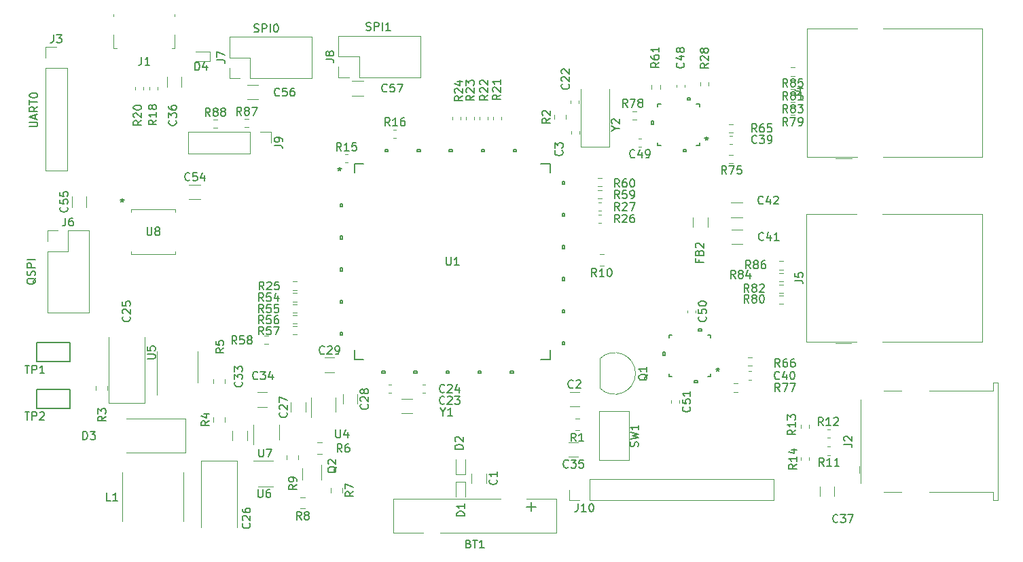
<source format=gbr>
G04 #@! TF.GenerationSoftware,KiCad,Pcbnew,5.1.10-88a1d61d58~90~ubuntu20.04.1*
G04 #@! TF.CreationDate,2021-09-12T22:34:26-04:00*
G04 #@! TF.ProjectId,UnwaryNuc,556e7761-7279-44e7-9563-2e6b69636164,rev?*
G04 #@! TF.SameCoordinates,Original*
G04 #@! TF.FileFunction,Legend,Top*
G04 #@! TF.FilePolarity,Positive*
%FSLAX46Y46*%
G04 Gerber Fmt 4.6, Leading zero omitted, Abs format (unit mm)*
G04 Created by KiCad (PCBNEW 5.1.10-88a1d61d58~90~ubuntu20.04.1) date 2021-09-12 22:34:26*
%MOMM*%
%LPD*%
G01*
G04 APERTURE LIST*
%ADD10C,0.150000*%
%ADD11C,0.120000*%
%ADD12C,0.152400*%
G04 APERTURE END LIST*
D10*
X87590380Y-74207428D02*
X88399904Y-74207428D01*
X88495142Y-74159809D01*
X88542761Y-74112190D01*
X88590380Y-74016952D01*
X88590380Y-73826476D01*
X88542761Y-73731238D01*
X88495142Y-73683619D01*
X88399904Y-73636000D01*
X87590380Y-73636000D01*
X88304666Y-73207428D02*
X88304666Y-72731238D01*
X88590380Y-73302666D02*
X87590380Y-72969333D01*
X88590380Y-72636000D01*
X88590380Y-71731238D02*
X88114190Y-72064571D01*
X88590380Y-72302666D02*
X87590380Y-72302666D01*
X87590380Y-71921714D01*
X87638000Y-71826476D01*
X87685619Y-71778857D01*
X87780857Y-71731238D01*
X87923714Y-71731238D01*
X88018952Y-71778857D01*
X88066571Y-71826476D01*
X88114190Y-71921714D01*
X88114190Y-72302666D01*
X87590380Y-71445523D02*
X87590380Y-70874095D01*
X88590380Y-71159809D02*
X87590380Y-71159809D01*
X87590380Y-70350285D02*
X87590380Y-70255047D01*
X87638000Y-70159809D01*
X87685619Y-70112190D01*
X87780857Y-70064571D01*
X87971333Y-70016952D01*
X88209428Y-70016952D01*
X88399904Y-70064571D01*
X88495142Y-70112190D01*
X88542761Y-70159809D01*
X88590380Y-70255047D01*
X88590380Y-70350285D01*
X88542761Y-70445523D01*
X88495142Y-70493142D01*
X88399904Y-70540761D01*
X88209428Y-70588380D01*
X87971333Y-70588380D01*
X87780857Y-70540761D01*
X87685619Y-70493142D01*
X87638000Y-70445523D01*
X87590380Y-70350285D01*
X129564000Y-62177561D02*
X129706857Y-62225180D01*
X129944952Y-62225180D01*
X130040190Y-62177561D01*
X130087809Y-62129942D01*
X130135428Y-62034704D01*
X130135428Y-61939466D01*
X130087809Y-61844228D01*
X130040190Y-61796609D01*
X129944952Y-61748990D01*
X129754476Y-61701371D01*
X129659238Y-61653752D01*
X129611619Y-61606133D01*
X129564000Y-61510895D01*
X129564000Y-61415657D01*
X129611619Y-61320419D01*
X129659238Y-61272800D01*
X129754476Y-61225180D01*
X129992571Y-61225180D01*
X130135428Y-61272800D01*
X130564000Y-62225180D02*
X130564000Y-61225180D01*
X130944952Y-61225180D01*
X131040190Y-61272800D01*
X131087809Y-61320419D01*
X131135428Y-61415657D01*
X131135428Y-61558514D01*
X131087809Y-61653752D01*
X131040190Y-61701371D01*
X130944952Y-61748990D01*
X130564000Y-61748990D01*
X131564000Y-62225180D02*
X131564000Y-61225180D01*
X132564000Y-62225180D02*
X131992571Y-62225180D01*
X132278285Y-62225180D02*
X132278285Y-61225180D01*
X132183047Y-61368038D01*
X132087809Y-61463276D01*
X131992571Y-61510895D01*
X115594000Y-62380761D02*
X115736857Y-62428380D01*
X115974952Y-62428380D01*
X116070190Y-62380761D01*
X116117809Y-62333142D01*
X116165428Y-62237904D01*
X116165428Y-62142666D01*
X116117809Y-62047428D01*
X116070190Y-61999809D01*
X115974952Y-61952190D01*
X115784476Y-61904571D01*
X115689238Y-61856952D01*
X115641619Y-61809333D01*
X115594000Y-61714095D01*
X115594000Y-61618857D01*
X115641619Y-61523619D01*
X115689238Y-61476000D01*
X115784476Y-61428380D01*
X116022571Y-61428380D01*
X116165428Y-61476000D01*
X116594000Y-62428380D02*
X116594000Y-61428380D01*
X116974952Y-61428380D01*
X117070190Y-61476000D01*
X117117809Y-61523619D01*
X117165428Y-61618857D01*
X117165428Y-61761714D01*
X117117809Y-61856952D01*
X117070190Y-61904571D01*
X116974952Y-61952190D01*
X116594000Y-61952190D01*
X117594000Y-62428380D02*
X117594000Y-61428380D01*
X118260666Y-61428380D02*
X118355904Y-61428380D01*
X118451142Y-61476000D01*
X118498761Y-61523619D01*
X118546380Y-61618857D01*
X118594000Y-61809333D01*
X118594000Y-62047428D01*
X118546380Y-62237904D01*
X118498761Y-62333142D01*
X118451142Y-62380761D01*
X118355904Y-62428380D01*
X118260666Y-62428380D01*
X118165428Y-62380761D01*
X118117809Y-62333142D01*
X118070190Y-62237904D01*
X118022571Y-62047428D01*
X118022571Y-61809333D01*
X118070190Y-61618857D01*
X118117809Y-61523619D01*
X118165428Y-61476000D01*
X118260666Y-61428380D01*
X88380819Y-93086133D02*
X88333200Y-93181371D01*
X88237961Y-93276609D01*
X88095104Y-93419466D01*
X88047485Y-93514704D01*
X88047485Y-93609942D01*
X88285580Y-93562323D02*
X88237961Y-93657561D01*
X88142723Y-93752800D01*
X87952247Y-93800419D01*
X87618914Y-93800419D01*
X87428438Y-93752800D01*
X87333200Y-93657561D01*
X87285580Y-93562323D01*
X87285580Y-93371847D01*
X87333200Y-93276609D01*
X87428438Y-93181371D01*
X87618914Y-93133752D01*
X87952247Y-93133752D01*
X88142723Y-93181371D01*
X88237961Y-93276609D01*
X88285580Y-93371847D01*
X88285580Y-93562323D01*
X88237961Y-92752800D02*
X88285580Y-92609942D01*
X88285580Y-92371847D01*
X88237961Y-92276609D01*
X88190342Y-92228990D01*
X88095104Y-92181371D01*
X87999866Y-92181371D01*
X87904628Y-92228990D01*
X87857009Y-92276609D01*
X87809390Y-92371847D01*
X87761771Y-92562323D01*
X87714152Y-92657561D01*
X87666533Y-92705180D01*
X87571295Y-92752800D01*
X87476057Y-92752800D01*
X87380819Y-92705180D01*
X87333200Y-92657561D01*
X87285580Y-92562323D01*
X87285580Y-92324228D01*
X87333200Y-92181371D01*
X88285580Y-91752800D02*
X87285580Y-91752800D01*
X87285580Y-91371847D01*
X87333200Y-91276609D01*
X87380819Y-91228990D01*
X87476057Y-91181371D01*
X87618914Y-91181371D01*
X87714152Y-91228990D01*
X87761771Y-91276609D01*
X87809390Y-91371847D01*
X87809390Y-91752800D01*
X88285580Y-90752800D02*
X87285580Y-90752800D01*
D11*
X180349200Y-120760800D02*
X180349200Y-118100800D01*
X157429200Y-120760800D02*
X180349200Y-120760800D01*
X157429200Y-118100800D02*
X180349200Y-118100800D01*
X157429200Y-120760800D02*
X157429200Y-118100800D01*
X156159200Y-120760800D02*
X154829200Y-120760800D01*
X154829200Y-120760800D02*
X154829200Y-119430800D01*
X107382000Y-74870000D02*
X107382000Y-77530000D01*
X115062000Y-74870000D02*
X107382000Y-74870000D01*
X115062000Y-77530000D02*
X107382000Y-77530000D01*
X115062000Y-74870000D02*
X115062000Y-77530000D01*
X116332000Y-74870000D02*
X117662000Y-74870000D01*
X117662000Y-74870000D02*
X117662000Y-76200000D01*
X110489276Y-73340700D02*
X110998724Y-73340700D01*
X110489276Y-74385700D02*
X110998724Y-74385700D01*
X114400876Y-73239100D02*
X114910324Y-73239100D01*
X114400876Y-74284100D02*
X114910324Y-74284100D01*
X136356400Y-68081200D02*
X136356400Y-62881200D01*
X128676400Y-68081200D02*
X136356400Y-68081200D01*
X126076400Y-62881200D02*
X136356400Y-62881200D01*
X128676400Y-68081200D02*
X128676400Y-65481200D01*
X128676400Y-65481200D02*
X126076400Y-65481200D01*
X126076400Y-65481200D02*
X126076400Y-62881200D01*
X127406400Y-68081200D02*
X126076400Y-68081200D01*
X126076400Y-68081200D02*
X126076400Y-66751200D01*
X122792800Y-68182800D02*
X122792800Y-62982800D01*
X115112800Y-68182800D02*
X122792800Y-68182800D01*
X112512800Y-62982800D02*
X122792800Y-62982800D01*
X115112800Y-68182800D02*
X115112800Y-65582800D01*
X115112800Y-65582800D02*
X112512800Y-65582800D01*
X112512800Y-65582800D02*
X112512800Y-62982800D01*
X113842800Y-68182800D02*
X112512800Y-68182800D01*
X112512800Y-68182800D02*
X112512800Y-66852800D01*
X127761948Y-68533600D02*
X129184452Y-68533600D01*
X127761948Y-70353600D02*
X129184452Y-70353600D01*
X114706348Y-68990800D02*
X116128852Y-68990800D01*
X114706348Y-70810800D02*
X116128852Y-70810800D01*
X163221124Y-72273900D02*
X162711676Y-72273900D01*
X163221124Y-73318900D02*
X162711676Y-73318900D01*
X89805200Y-87112800D02*
X91135200Y-87112800D01*
X89805200Y-88442800D02*
X89805200Y-87112800D01*
X92405200Y-87112800D02*
X95005200Y-87112800D01*
X92405200Y-89712800D02*
X92405200Y-87112800D01*
X89805200Y-89712800D02*
X92405200Y-89712800D01*
X95005200Y-87112800D02*
X95005200Y-97392800D01*
X89805200Y-89712800D02*
X89805200Y-97392800D01*
X89805200Y-97392800D02*
X95005200Y-97392800D01*
X94686800Y-84277252D02*
X94686800Y-82854748D01*
X92866800Y-84277252D02*
X92866800Y-82854748D01*
X105779100Y-84808608D02*
X105779100Y-84524200D01*
X100241900Y-89776992D02*
X100241900Y-90061400D01*
X100241900Y-84524200D02*
X100241900Y-84808608D01*
X105779100Y-84524200D02*
X100241900Y-84524200D01*
X105779100Y-90061400D02*
X105779100Y-89776992D01*
X100241900Y-90061400D02*
X105779100Y-90061400D01*
X107492748Y-83256800D02*
X108915252Y-83256800D01*
X107492748Y-81436800D02*
X108915252Y-81436800D01*
X168247600Y-68992533D02*
X168247600Y-69285067D01*
X169267600Y-68992533D02*
X169267600Y-69285067D01*
X121080600Y-115678852D02*
X121080600Y-115156348D01*
X119660600Y-115678852D02*
X119660600Y-115156348D01*
X125147000Y-119245748D02*
X125147000Y-119768252D01*
X126567000Y-119245748D02*
X126567000Y-119768252D01*
X181559924Y-90968300D02*
X181050476Y-90968300D01*
X181559924Y-92013300D02*
X181050476Y-92013300D01*
X182982324Y-66838300D02*
X182472876Y-66838300D01*
X182982324Y-67883300D02*
X182472876Y-67883300D01*
X181559924Y-92441500D02*
X181050476Y-92441500D01*
X181559924Y-93486500D02*
X181050476Y-93486500D01*
X182982324Y-70055632D02*
X182472876Y-70055632D01*
X182982324Y-71100632D02*
X182472876Y-71100632D01*
X181559924Y-93863900D02*
X181050476Y-93863900D01*
X181559924Y-94908900D02*
X181050476Y-94908900D01*
X182982324Y-68446966D02*
X182472876Y-68446966D01*
X182982324Y-69491966D02*
X182472876Y-69491966D01*
X181559924Y-95235500D02*
X181050476Y-95235500D01*
X181559924Y-96280500D02*
X181050476Y-96280500D01*
X182982324Y-71664300D02*
X182472876Y-71664300D01*
X182982324Y-72709300D02*
X182472876Y-72709300D01*
X175360876Y-107253300D02*
X175870324Y-107253300D01*
X175360876Y-106208300D02*
X175870324Y-106208300D01*
X174802076Y-78754500D02*
X175311524Y-78754500D01*
X174802076Y-77709500D02*
X175311524Y-77709500D01*
X177138876Y-104002100D02*
X177648324Y-104002100D01*
X177138876Y-102957100D02*
X177648324Y-102957100D01*
X174802076Y-74944500D02*
X175311524Y-74944500D01*
X174802076Y-73899500D02*
X175311524Y-73899500D01*
X166181300Y-69495124D02*
X166181300Y-68985676D01*
X165136300Y-69495124D02*
X165136300Y-68985676D01*
X158419076Y-81624700D02*
X158928524Y-81624700D01*
X158419076Y-80579700D02*
X158928524Y-80579700D01*
X158419076Y-83165633D02*
X158928524Y-83165633D01*
X158419076Y-82120633D02*
X158928524Y-82120633D01*
X117348724Y-100213900D02*
X116839276Y-100213900D01*
X117348724Y-101258900D02*
X116839276Y-101258900D01*
X120369876Y-100115900D02*
X120879324Y-100115900D01*
X120369876Y-99070900D02*
X120879324Y-99070900D01*
X120369876Y-98744300D02*
X120879324Y-98744300D01*
X120369876Y-97699300D02*
X120879324Y-97699300D01*
X120369876Y-97372700D02*
X120879324Y-97372700D01*
X120369876Y-96327700D02*
X120879324Y-96327700D01*
X120369876Y-96001100D02*
X120879324Y-96001100D01*
X120369876Y-94956100D02*
X120879324Y-94956100D01*
X120369876Y-94553300D02*
X120879324Y-94553300D01*
X120369876Y-93508300D02*
X120879324Y-93508300D01*
X167587200Y-108311733D02*
X167587200Y-108604267D01*
X168607200Y-108311733D02*
X168607200Y-108604267D01*
X169568400Y-97084933D02*
X169568400Y-97377467D01*
X170588400Y-97084933D02*
X170588400Y-97377467D01*
X163824967Y-75690000D02*
X163532433Y-75690000D01*
X163824967Y-76710000D02*
X163532433Y-76710000D01*
X175056748Y-85492000D02*
X176479252Y-85492000D01*
X175056748Y-83672000D02*
X176479252Y-83672000D01*
X175069048Y-88844800D02*
X176491552Y-88844800D01*
X175069048Y-87024800D02*
X176491552Y-87024800D01*
X177539867Y-104696800D02*
X177247333Y-104696800D01*
X177539867Y-105716800D02*
X177247333Y-105716800D01*
X175152267Y-75334400D02*
X174859733Y-75334400D01*
X175152267Y-76354400D02*
X174859733Y-76354400D01*
X170286000Y-85503936D02*
X170286000Y-86708064D01*
X172106000Y-85503936D02*
X172106000Y-86708064D01*
X172214000Y-69056067D02*
X172214000Y-68713533D01*
X171194000Y-69056067D02*
X171194000Y-68713533D01*
X158502533Y-84694066D02*
X158845067Y-84694066D01*
X158502533Y-83674066D02*
X158845067Y-83674066D01*
X158502533Y-86235000D02*
X158845067Y-86235000D01*
X158502533Y-85215000D02*
X158845067Y-85215000D01*
X141302600Y-73336267D02*
X141302600Y-72993733D01*
X140282600Y-73336267D02*
X140282600Y-72993733D01*
X143002600Y-73336267D02*
X143002600Y-72993733D01*
X141982600Y-73336267D02*
X141982600Y-72993733D01*
X144702600Y-73336267D02*
X144702600Y-72993733D01*
X143682600Y-73336267D02*
X143682600Y-72993733D01*
X146402600Y-73336267D02*
X146402600Y-72993733D01*
X145382600Y-73336267D02*
X145382600Y-72993733D01*
X158576400Y-109665200D02*
X162276400Y-109665200D01*
X158576400Y-115785200D02*
X158576400Y-109665200D01*
X162276400Y-115785200D02*
X158576400Y-115785200D01*
X162276400Y-109665200D02*
X162276400Y-115785200D01*
X183741600Y-115398733D02*
X183741600Y-115741267D01*
X184761600Y-115398733D02*
X184761600Y-115741267D01*
X184761600Y-111728067D02*
X184761600Y-111385533D01*
X183741600Y-111728067D02*
X183741600Y-111385533D01*
X100741200Y-69245533D02*
X100741200Y-69588067D01*
X101761200Y-69245533D02*
X101761200Y-69588067D01*
X103532400Y-69614867D02*
X103532400Y-69272333D01*
X102512400Y-69614867D02*
X102512400Y-69272333D01*
X132975533Y-75592400D02*
X133318067Y-75592400D01*
X132975533Y-74572400D02*
X133318067Y-74572400D01*
X126930333Y-78691200D02*
X127272867Y-78691200D01*
X126930333Y-77671200D02*
X127272867Y-77671200D01*
X187077533Y-112948000D02*
X187420067Y-112948000D01*
X187077533Y-111928000D02*
X187420067Y-111928000D01*
X187420067Y-114094800D02*
X187077533Y-114094800D01*
X187420067Y-115114800D02*
X187077533Y-115114800D01*
X187904800Y-120236064D02*
X187904800Y-119031936D01*
X186084800Y-120236064D02*
X186084800Y-119031936D01*
X106523200Y-69232864D02*
X106523200Y-68028736D01*
X104703200Y-69232864D02*
X104703200Y-68028736D01*
X159163652Y-90069600D02*
X158641148Y-90069600D01*
X159163652Y-91489600D02*
X158641148Y-91489600D01*
X89602000Y-64303600D02*
X90932000Y-64303600D01*
X89602000Y-65633600D02*
X89602000Y-64303600D01*
X89602000Y-66903600D02*
X92262000Y-66903600D01*
X92262000Y-66903600D02*
X92262000Y-79663600D01*
X89602000Y-66903600D02*
X89602000Y-79663600D01*
X89602000Y-79663600D02*
X92262000Y-79663600D01*
X155999264Y-113542400D02*
X154795136Y-113542400D01*
X155999264Y-115362400D02*
X154795136Y-115362400D01*
X108266000Y-64830400D02*
X110116000Y-64830400D01*
X108266000Y-66030400D02*
X110116000Y-66030400D01*
X110116000Y-66030400D02*
X110116000Y-64830400D01*
X141912800Y-115661200D02*
X141912800Y-117511200D01*
X140712800Y-115661200D02*
X140712800Y-117511200D01*
X140712800Y-117511200D02*
X141912800Y-117511200D01*
X140712800Y-120331200D02*
X140712800Y-118481200D01*
X141912800Y-120331200D02*
X141912800Y-118481200D01*
X141912800Y-118481200D02*
X140712800Y-118481200D01*
X146319600Y-120541600D02*
X132944600Y-120541600D01*
X153264600Y-120541600D02*
X149539600Y-120541600D01*
X153264600Y-124811600D02*
X153264600Y-120541600D01*
X132944600Y-124811600D02*
X132944600Y-120541600D01*
X136699600Y-124811600D02*
X132944600Y-124811600D01*
X153264600Y-124811600D02*
X138819600Y-124811600D01*
X196233200Y-107128000D02*
X194053200Y-107128000D01*
X196233200Y-119748000D02*
X194053200Y-119748000D01*
X199733200Y-107128000D02*
X207703200Y-107128000D01*
X207703200Y-107128000D02*
X207703200Y-106128000D01*
X207703200Y-106128000D02*
X208323200Y-106128000D01*
X208323200Y-106128000D02*
X208323200Y-120748000D01*
X208323200Y-120748000D02*
X207703200Y-120748000D01*
X207703200Y-120748000D02*
X207703200Y-119748000D01*
X207703200Y-119748000D02*
X199733200Y-119748000D01*
X191203200Y-118628000D02*
X191203200Y-108248000D01*
X191053200Y-116538000D02*
X191053200Y-117338000D01*
D10*
X92676400Y-106902400D02*
X92676400Y-109302400D01*
X88476400Y-106902400D02*
X92676400Y-106902400D01*
X88476400Y-109302400D02*
X88476400Y-106902400D01*
X92676400Y-109302400D02*
X88476400Y-109302400D01*
X92665600Y-101090800D02*
X92665600Y-103490800D01*
X88465600Y-101090800D02*
X92665600Y-101090800D01*
X88465600Y-103490800D02*
X88465600Y-101090800D01*
X92665600Y-103490800D02*
X88465600Y-103490800D01*
D11*
X188026800Y-101215200D02*
X190026800Y-101215200D01*
X206356800Y-101015200D02*
X193916800Y-101015200D01*
X206356800Y-85065200D02*
X206356800Y-101015200D01*
X193916800Y-85065200D02*
X206356800Y-85065200D01*
X184436800Y-85065200D02*
X190716800Y-85065200D01*
X184436800Y-101015200D02*
X184436800Y-85065200D01*
X190716800Y-101015200D02*
X184436800Y-101015200D01*
X188053200Y-78162400D02*
X190053200Y-78162400D01*
X206383200Y-77962400D02*
X193943200Y-77962400D01*
X206383200Y-62012400D02*
X206383200Y-77962400D01*
X193943200Y-62012400D02*
X206383200Y-62012400D01*
X184463200Y-62012400D02*
X190743200Y-62012400D01*
X184463200Y-77962400D02*
X184463200Y-62012400D01*
X190743200Y-77962400D02*
X184463200Y-77962400D01*
X105711200Y-60166800D02*
X105711200Y-60426800D01*
X105711200Y-62706800D02*
X105711200Y-64476800D01*
X105711200Y-64476800D02*
X105331200Y-64476800D01*
X98091200Y-64476800D02*
X98091200Y-62706800D01*
X98091200Y-60426800D02*
X98091200Y-60166800D01*
X98091200Y-64476800D02*
X98471200Y-64476800D01*
X115468200Y-111375800D02*
X115468200Y-113825800D01*
X118688200Y-113175800D02*
X118688200Y-111375800D01*
X117917800Y-115814200D02*
X115467800Y-115814200D01*
X116117800Y-119034200D02*
X117917800Y-119034200D01*
X121901852Y-120371800D02*
X121379348Y-120371800D01*
X121901852Y-121791800D02*
X121379348Y-121791800D01*
X123487548Y-114959200D02*
X124010052Y-114959200D01*
X123487548Y-113539200D02*
X124010052Y-113539200D01*
X121607400Y-116804400D02*
X121607400Y-118204400D01*
X123927400Y-118204400D02*
X123927400Y-116304400D01*
X116009336Y-109139400D02*
X117213464Y-109139400D01*
X116009336Y-107319400D02*
X117213464Y-107319400D01*
X114702000Y-113327264D02*
X114702000Y-112123136D01*
X112882000Y-113327264D02*
X112882000Y-112123136D01*
X159889600Y-76736800D02*
X159889600Y-69486800D01*
X156289600Y-76736800D02*
X159889600Y-76736800D01*
X156289600Y-69486800D02*
X156289600Y-76736800D01*
X135295000Y-109866400D02*
X133945000Y-109866400D01*
X135295000Y-108116400D02*
X133945000Y-108116400D01*
X103438800Y-104151600D02*
X103438800Y-107601600D01*
X103438800Y-104151600D02*
X103438800Y-102201600D01*
X108558800Y-104151600D02*
X108558800Y-106101600D01*
X108558800Y-104151600D02*
X108558800Y-102201600D01*
X122682400Y-107977600D02*
X122682400Y-110407600D01*
X125752400Y-109737600D02*
X125752400Y-107977600D01*
D12*
X169075100Y-77076300D02*
X169456100Y-77076300D01*
X169075100Y-77330300D02*
X169075100Y-77076300D01*
X169456100Y-77330300D02*
X169075100Y-77330300D01*
X169456100Y-77076300D02*
X169456100Y-77330300D01*
X165392100Y-73901300D02*
X165138100Y-73901300D01*
X165392100Y-73520300D02*
X165392100Y-73901300D01*
X165138100Y-73520300D02*
X165392100Y-73520300D01*
X165138100Y-73901300D02*
X165138100Y-73520300D01*
X169583100Y-70853300D02*
X169964100Y-70853300D01*
X169583100Y-70599300D02*
X169583100Y-70853300D01*
X169964100Y-70599300D02*
X169583100Y-70599300D01*
X169964100Y-70853300D02*
X169964100Y-70599300D01*
X170741340Y-76568300D02*
X171107100Y-76568300D01*
X165900100Y-76202540D02*
X165900100Y-76568300D01*
X166265860Y-71361300D02*
X165900100Y-71361300D01*
X171107100Y-71727060D02*
X171107100Y-71361300D01*
X171107100Y-76568300D02*
X171107100Y-76202540D01*
X165900100Y-76568300D02*
X166265860Y-76568300D01*
X165900100Y-71361300D02*
X165900100Y-71727060D01*
X171107100Y-71361300D02*
X170741340Y-71361300D01*
X170446700Y-105854500D02*
X170827700Y-105854500D01*
X170446700Y-106108500D02*
X170446700Y-105854500D01*
X170827700Y-106108500D02*
X170446700Y-106108500D01*
X170827700Y-105854500D02*
X170827700Y-106108500D01*
X166763700Y-102679500D02*
X166509700Y-102679500D01*
X166763700Y-102298500D02*
X166763700Y-102679500D01*
X166509700Y-102298500D02*
X166763700Y-102298500D01*
X166509700Y-102679500D02*
X166509700Y-102298500D01*
X170954700Y-99631500D02*
X171335700Y-99631500D01*
X170954700Y-99377500D02*
X170954700Y-99631500D01*
X171335700Y-99377500D02*
X170954700Y-99377500D01*
X171335700Y-99631500D02*
X171335700Y-99377500D01*
X172112940Y-105346500D02*
X172478700Y-105346500D01*
X167271700Y-104980740D02*
X167271700Y-105346500D01*
X167637460Y-100139500D02*
X167271700Y-100139500D01*
X172478700Y-100505260D02*
X172478700Y-100139500D01*
X172478700Y-105346500D02*
X172478700Y-104980740D01*
X167271700Y-105346500D02*
X167637460Y-105346500D01*
X167271700Y-100139500D02*
X167271700Y-100505260D01*
X172478700Y-100139500D02*
X172112940Y-100139500D01*
X132290501Y-77309400D02*
X131909501Y-77309400D01*
X132290501Y-77055400D02*
X132290501Y-77309400D01*
X131909501Y-77055400D02*
X132290501Y-77055400D01*
X131909501Y-77309400D02*
X131909501Y-77055400D01*
X136290501Y-77309400D02*
X135909501Y-77309400D01*
X136290501Y-77055400D02*
X136290501Y-77309400D01*
X135909501Y-77055400D02*
X136290501Y-77055400D01*
X135909501Y-77309400D02*
X135909501Y-77055400D01*
X140290500Y-77309400D02*
X139909500Y-77309400D01*
X140290500Y-77055400D02*
X140290500Y-77309400D01*
X139909500Y-77055400D02*
X140290500Y-77055400D01*
X139909500Y-77309400D02*
X139909500Y-77055400D01*
X144290500Y-77309400D02*
X143909500Y-77309400D01*
X144290500Y-77055400D02*
X144290500Y-77309400D01*
X143909500Y-77055400D02*
X144290500Y-77055400D01*
X143909500Y-77309400D02*
X143909500Y-77055400D01*
X148290500Y-77309400D02*
X147909500Y-77309400D01*
X148290500Y-77055400D02*
X148290500Y-77309400D01*
X147909500Y-77055400D02*
X148290500Y-77055400D01*
X147909500Y-77309400D02*
X147909500Y-77055400D01*
X153990600Y-81009502D02*
X154244600Y-81009502D01*
X153990600Y-81390502D02*
X153990600Y-81009502D01*
X154244600Y-81390502D02*
X153990600Y-81390502D01*
X154244600Y-81009502D02*
X154244600Y-81390502D01*
X153990600Y-85009501D02*
X154244600Y-85009501D01*
X153990600Y-85390501D02*
X153990600Y-85009501D01*
X154244600Y-85390501D02*
X153990600Y-85390501D01*
X154244600Y-85009501D02*
X154244600Y-85390501D01*
X153990600Y-89009501D02*
X154244600Y-89009501D01*
X153990600Y-89390501D02*
X153990600Y-89009501D01*
X154244600Y-89390501D02*
X153990600Y-89390501D01*
X154244600Y-89009501D02*
X154244600Y-89390501D01*
X153990600Y-93009501D02*
X154244600Y-93009501D01*
X153990600Y-93390501D02*
X153990600Y-93009501D01*
X154244600Y-93390501D02*
X153990600Y-93390501D01*
X154244600Y-93009501D02*
X154244600Y-93390501D01*
X153990600Y-97009500D02*
X154244600Y-97009500D01*
X153990600Y-97390500D02*
X153990600Y-97009500D01*
X154244600Y-97390500D02*
X153990600Y-97390500D01*
X154244600Y-97009500D02*
X154244600Y-97390500D01*
X153990600Y-101009500D02*
X154244600Y-101009500D01*
X153990600Y-101390500D02*
X153990600Y-101009500D01*
X154244600Y-101390500D02*
X153990600Y-101390500D01*
X154244600Y-101009500D02*
X154244600Y-101390500D01*
X147890500Y-104690600D02*
X147509500Y-104690600D01*
X147890500Y-104944600D02*
X147890500Y-104690600D01*
X147509500Y-104944600D02*
X147890500Y-104944600D01*
X147509500Y-104690600D02*
X147509500Y-104944600D01*
X143890501Y-104690600D02*
X143509501Y-104690600D01*
X143890501Y-104944600D02*
X143890501Y-104690600D01*
X143509501Y-104944600D02*
X143890501Y-104944600D01*
X143509501Y-104690600D02*
X143509501Y-104944600D01*
X139890501Y-104690600D02*
X139509501Y-104690600D01*
X139890501Y-104944600D02*
X139890501Y-104690600D01*
X139509501Y-104944600D02*
X139890501Y-104944600D01*
X139509501Y-104690600D02*
X139509501Y-104944600D01*
X135890502Y-104690600D02*
X135509502Y-104690600D01*
X135890502Y-104944600D02*
X135890502Y-104690600D01*
X135509502Y-104944600D02*
X135890502Y-104944600D01*
X135509502Y-104690600D02*
X135509502Y-104944600D01*
X131890502Y-104690600D02*
X131509502Y-104690600D01*
X131890502Y-104944600D02*
X131890502Y-104690600D01*
X131509502Y-104944600D02*
X131890502Y-104944600D01*
X131509502Y-104690600D02*
X131509502Y-104944600D01*
X126609400Y-99809500D02*
X126355400Y-99809500D01*
X126609400Y-100190500D02*
X126609400Y-99809500D01*
X126355400Y-100190500D02*
X126609400Y-100190500D01*
X126355400Y-99809500D02*
X126355400Y-100190500D01*
X126609400Y-95809500D02*
X126355400Y-95809500D01*
X126609400Y-96190500D02*
X126609400Y-95809500D01*
X126355400Y-96190500D02*
X126609400Y-96190500D01*
X126355400Y-95809500D02*
X126355400Y-96190500D01*
X126609400Y-91809501D02*
X126355400Y-91809501D01*
X126609400Y-92190501D02*
X126609400Y-91809501D01*
X126355400Y-92190501D02*
X126609400Y-92190501D01*
X126355400Y-91809501D02*
X126355400Y-92190501D01*
X126609400Y-87809501D02*
X126355400Y-87809501D01*
X126609400Y-88190501D02*
X126609400Y-87809501D01*
X126355400Y-88190501D02*
X126609400Y-88190501D01*
X126355400Y-87809501D02*
X126355400Y-88190501D01*
X126609400Y-83809501D02*
X126355400Y-83809501D01*
X126609400Y-84190501D02*
X126609400Y-83809501D01*
X126355400Y-84190501D02*
X126609400Y-84190501D01*
X126355400Y-83809501D02*
X126355400Y-84190501D01*
X129252961Y-78820700D02*
X128120700Y-78820700D01*
X152479300Y-79952961D02*
X152479300Y-78820700D01*
X151347039Y-103179300D02*
X152479300Y-103179300D01*
X128120700Y-102047039D02*
X128120700Y-103179300D01*
X128120700Y-78820700D02*
X128120700Y-79952961D01*
X152479300Y-78820700D02*
X151347039Y-78820700D01*
X152479300Y-103179300D02*
X152479300Y-102047039D01*
X128120700Y-103179300D02*
X129252961Y-103179300D01*
D11*
X111958800Y-106212852D02*
X111958800Y-105690348D01*
X110538800Y-106212852D02*
X110538800Y-105690348D01*
X111908800Y-110962852D02*
X111908800Y-110440348D01*
X110488800Y-110962852D02*
X110488800Y-110440348D01*
X97280800Y-107017452D02*
X97280800Y-106494948D01*
X95860800Y-107017452D02*
X95860800Y-106494948D01*
X154405400Y-73260852D02*
X154405400Y-72738348D01*
X152985400Y-73260852D02*
X152985400Y-72738348D01*
X156115652Y-110592800D02*
X155593148Y-110592800D01*
X156115652Y-112012800D02*
X155593148Y-112012800D01*
X158678000Y-103152800D02*
X158678000Y-106752800D01*
X158689522Y-106791278D02*
G75*
G03*
X163128000Y-104952800I1838478J1838478D01*
G01*
X158689522Y-103114322D02*
G75*
G02*
X163128000Y-104952800I1838478J-1838478D01*
G01*
X99138800Y-117303600D02*
X99138800Y-123399600D01*
X106758800Y-117303600D02*
X106758800Y-123399600D01*
X106998800Y-114851600D02*
X99698800Y-114851600D01*
X106998800Y-110551600D02*
X99698800Y-110551600D01*
X106998800Y-114851600D02*
X106998800Y-110551600D01*
X124391336Y-104821400D02*
X125595464Y-104821400D01*
X124391336Y-103001400D02*
X125595464Y-103001400D01*
X126648800Y-107551136D02*
X126648800Y-108755264D01*
X128468800Y-107551136D02*
X128468800Y-108755264D01*
X121991800Y-109771264D02*
X121991800Y-108567136D01*
X120171800Y-109771264D02*
X120171800Y-108567136D01*
X108938800Y-115866600D02*
X108938800Y-124101600D01*
X113458800Y-115866600D02*
X108938800Y-115866600D01*
X113458800Y-124101600D02*
X113458800Y-115866600D01*
X101958800Y-108636600D02*
X101958800Y-100401600D01*
X97438800Y-108636600D02*
X101958800Y-108636600D01*
X97438800Y-100401600D02*
X97438800Y-108636600D01*
X136899467Y-106322400D02*
X136556933Y-106322400D01*
X136899467Y-107342400D02*
X136556933Y-107342400D01*
X132315133Y-107367800D02*
X132657667Y-107367800D01*
X132315133Y-106347800D02*
X132657667Y-106347800D01*
X155039600Y-70923333D02*
X155039600Y-71265867D01*
X156059600Y-70923333D02*
X156059600Y-71265867D01*
X156161200Y-75101267D02*
X156161200Y-74758733D01*
X155141200Y-75101267D02*
X155141200Y-74758733D01*
X154911036Y-109063200D02*
X156115164Y-109063200D01*
X154911036Y-107243200D02*
X156115164Y-107243200D01*
X142701600Y-117406336D02*
X142701600Y-118610464D01*
X144521600Y-117406336D02*
X144521600Y-118610464D01*
D10*
X155959276Y-121169180D02*
X155959276Y-121883466D01*
X155911657Y-122026323D01*
X155816419Y-122121561D01*
X155673561Y-122169180D01*
X155578323Y-122169180D01*
X156959276Y-122169180D02*
X156387847Y-122169180D01*
X156673561Y-122169180D02*
X156673561Y-121169180D01*
X156578323Y-121312038D01*
X156483085Y-121407276D01*
X156387847Y-121454895D01*
X157578323Y-121169180D02*
X157673561Y-121169180D01*
X157768800Y-121216800D01*
X157816419Y-121264419D01*
X157864038Y-121359657D01*
X157911657Y-121550133D01*
X157911657Y-121788228D01*
X157864038Y-121978704D01*
X157816419Y-122073942D01*
X157768800Y-122121561D01*
X157673561Y-122169180D01*
X157578323Y-122169180D01*
X157483085Y-122121561D01*
X157435466Y-122073942D01*
X157387847Y-121978704D01*
X157340228Y-121788228D01*
X157340228Y-121550133D01*
X157387847Y-121359657D01*
X157435466Y-121264419D01*
X157483085Y-121216800D01*
X157578323Y-121169180D01*
X118114380Y-76533333D02*
X118828666Y-76533333D01*
X118971523Y-76580952D01*
X119066761Y-76676190D01*
X119114380Y-76819047D01*
X119114380Y-76914285D01*
X119114380Y-76009523D02*
X119114380Y-75819047D01*
X119066761Y-75723809D01*
X119019142Y-75676190D01*
X118876285Y-75580952D01*
X118685809Y-75533333D01*
X118304857Y-75533333D01*
X118209619Y-75580952D01*
X118162000Y-75628571D01*
X118114380Y-75723809D01*
X118114380Y-75914285D01*
X118162000Y-76009523D01*
X118209619Y-76057142D01*
X118304857Y-76104761D01*
X118542952Y-76104761D01*
X118638190Y-76057142D01*
X118685809Y-76009523D01*
X118733428Y-75914285D01*
X118733428Y-75723809D01*
X118685809Y-75628571D01*
X118638190Y-75580952D01*
X118542952Y-75533333D01*
X110101142Y-72885580D02*
X109767809Y-72409390D01*
X109529714Y-72885580D02*
X109529714Y-71885580D01*
X109910666Y-71885580D01*
X110005904Y-71933200D01*
X110053523Y-71980819D01*
X110101142Y-72076057D01*
X110101142Y-72218914D01*
X110053523Y-72314152D01*
X110005904Y-72361771D01*
X109910666Y-72409390D01*
X109529714Y-72409390D01*
X110672571Y-72314152D02*
X110577333Y-72266533D01*
X110529714Y-72218914D01*
X110482095Y-72123676D01*
X110482095Y-72076057D01*
X110529714Y-71980819D01*
X110577333Y-71933200D01*
X110672571Y-71885580D01*
X110863047Y-71885580D01*
X110958285Y-71933200D01*
X111005904Y-71980819D01*
X111053523Y-72076057D01*
X111053523Y-72123676D01*
X111005904Y-72218914D01*
X110958285Y-72266533D01*
X110863047Y-72314152D01*
X110672571Y-72314152D01*
X110577333Y-72361771D01*
X110529714Y-72409390D01*
X110482095Y-72504628D01*
X110482095Y-72695104D01*
X110529714Y-72790342D01*
X110577333Y-72837961D01*
X110672571Y-72885580D01*
X110863047Y-72885580D01*
X110958285Y-72837961D01*
X111005904Y-72790342D01*
X111053523Y-72695104D01*
X111053523Y-72504628D01*
X111005904Y-72409390D01*
X110958285Y-72361771D01*
X110863047Y-72314152D01*
X111624952Y-72314152D02*
X111529714Y-72266533D01*
X111482095Y-72218914D01*
X111434476Y-72123676D01*
X111434476Y-72076057D01*
X111482095Y-71980819D01*
X111529714Y-71933200D01*
X111624952Y-71885580D01*
X111815428Y-71885580D01*
X111910666Y-71933200D01*
X111958285Y-71980819D01*
X112005904Y-72076057D01*
X112005904Y-72123676D01*
X111958285Y-72218914D01*
X111910666Y-72266533D01*
X111815428Y-72314152D01*
X111624952Y-72314152D01*
X111529714Y-72361771D01*
X111482095Y-72409390D01*
X111434476Y-72504628D01*
X111434476Y-72695104D01*
X111482095Y-72790342D01*
X111529714Y-72837961D01*
X111624952Y-72885580D01*
X111815428Y-72885580D01*
X111910666Y-72837961D01*
X111958285Y-72790342D01*
X112005904Y-72695104D01*
X112005904Y-72504628D01*
X111958285Y-72409390D01*
X111910666Y-72361771D01*
X111815428Y-72314152D01*
X114012742Y-72783980D02*
X113679409Y-72307790D01*
X113441314Y-72783980D02*
X113441314Y-71783980D01*
X113822266Y-71783980D01*
X113917504Y-71831600D01*
X113965123Y-71879219D01*
X114012742Y-71974457D01*
X114012742Y-72117314D01*
X113965123Y-72212552D01*
X113917504Y-72260171D01*
X113822266Y-72307790D01*
X113441314Y-72307790D01*
X114584171Y-72212552D02*
X114488933Y-72164933D01*
X114441314Y-72117314D01*
X114393695Y-72022076D01*
X114393695Y-71974457D01*
X114441314Y-71879219D01*
X114488933Y-71831600D01*
X114584171Y-71783980D01*
X114774647Y-71783980D01*
X114869885Y-71831600D01*
X114917504Y-71879219D01*
X114965123Y-71974457D01*
X114965123Y-72022076D01*
X114917504Y-72117314D01*
X114869885Y-72164933D01*
X114774647Y-72212552D01*
X114584171Y-72212552D01*
X114488933Y-72260171D01*
X114441314Y-72307790D01*
X114393695Y-72403028D01*
X114393695Y-72593504D01*
X114441314Y-72688742D01*
X114488933Y-72736361D01*
X114584171Y-72783980D01*
X114774647Y-72783980D01*
X114869885Y-72736361D01*
X114917504Y-72688742D01*
X114965123Y-72593504D01*
X114965123Y-72403028D01*
X114917504Y-72307790D01*
X114869885Y-72260171D01*
X114774647Y-72212552D01*
X115298457Y-71783980D02*
X115965123Y-71783980D01*
X115536552Y-72783980D01*
X124528780Y-65814533D02*
X125243066Y-65814533D01*
X125385923Y-65862152D01*
X125481161Y-65957390D01*
X125528780Y-66100247D01*
X125528780Y-66195485D01*
X124957352Y-65195485D02*
X124909733Y-65290723D01*
X124862114Y-65338342D01*
X124766876Y-65385961D01*
X124719257Y-65385961D01*
X124624019Y-65338342D01*
X124576400Y-65290723D01*
X124528780Y-65195485D01*
X124528780Y-65005009D01*
X124576400Y-64909771D01*
X124624019Y-64862152D01*
X124719257Y-64814533D01*
X124766876Y-64814533D01*
X124862114Y-64862152D01*
X124909733Y-64909771D01*
X124957352Y-65005009D01*
X124957352Y-65195485D01*
X125004971Y-65290723D01*
X125052590Y-65338342D01*
X125147828Y-65385961D01*
X125338304Y-65385961D01*
X125433542Y-65338342D01*
X125481161Y-65290723D01*
X125528780Y-65195485D01*
X125528780Y-65005009D01*
X125481161Y-64909771D01*
X125433542Y-64862152D01*
X125338304Y-64814533D01*
X125147828Y-64814533D01*
X125052590Y-64862152D01*
X125004971Y-64909771D01*
X124957352Y-65005009D01*
X110965180Y-65916133D02*
X111679466Y-65916133D01*
X111822323Y-65963752D01*
X111917561Y-66058990D01*
X111965180Y-66201847D01*
X111965180Y-66297085D01*
X110965180Y-65535180D02*
X110965180Y-64868514D01*
X111965180Y-65297085D01*
X132148342Y-69800742D02*
X132100723Y-69848361D01*
X131957866Y-69895980D01*
X131862628Y-69895980D01*
X131719771Y-69848361D01*
X131624533Y-69753123D01*
X131576914Y-69657885D01*
X131529295Y-69467409D01*
X131529295Y-69324552D01*
X131576914Y-69134076D01*
X131624533Y-69038838D01*
X131719771Y-68943600D01*
X131862628Y-68895980D01*
X131957866Y-68895980D01*
X132100723Y-68943600D01*
X132148342Y-68991219D01*
X133053104Y-68895980D02*
X132576914Y-68895980D01*
X132529295Y-69372171D01*
X132576914Y-69324552D01*
X132672152Y-69276933D01*
X132910247Y-69276933D01*
X133005485Y-69324552D01*
X133053104Y-69372171D01*
X133100723Y-69467409D01*
X133100723Y-69705504D01*
X133053104Y-69800742D01*
X133005485Y-69848361D01*
X132910247Y-69895980D01*
X132672152Y-69895980D01*
X132576914Y-69848361D01*
X132529295Y-69800742D01*
X133434057Y-68895980D02*
X134100723Y-68895980D01*
X133672152Y-69895980D01*
X118737142Y-70308742D02*
X118689523Y-70356361D01*
X118546666Y-70403980D01*
X118451428Y-70403980D01*
X118308571Y-70356361D01*
X118213333Y-70261123D01*
X118165714Y-70165885D01*
X118118095Y-69975409D01*
X118118095Y-69832552D01*
X118165714Y-69642076D01*
X118213333Y-69546838D01*
X118308571Y-69451600D01*
X118451428Y-69403980D01*
X118546666Y-69403980D01*
X118689523Y-69451600D01*
X118737142Y-69499219D01*
X119641904Y-69403980D02*
X119165714Y-69403980D01*
X119118095Y-69880171D01*
X119165714Y-69832552D01*
X119260952Y-69784933D01*
X119499047Y-69784933D01*
X119594285Y-69832552D01*
X119641904Y-69880171D01*
X119689523Y-69975409D01*
X119689523Y-70213504D01*
X119641904Y-70308742D01*
X119594285Y-70356361D01*
X119499047Y-70403980D01*
X119260952Y-70403980D01*
X119165714Y-70356361D01*
X119118095Y-70308742D01*
X120546666Y-69403980D02*
X120356190Y-69403980D01*
X120260952Y-69451600D01*
X120213333Y-69499219D01*
X120118095Y-69642076D01*
X120070476Y-69832552D01*
X120070476Y-70213504D01*
X120118095Y-70308742D01*
X120165714Y-70356361D01*
X120260952Y-70403980D01*
X120451428Y-70403980D01*
X120546666Y-70356361D01*
X120594285Y-70308742D01*
X120641904Y-70213504D01*
X120641904Y-69975409D01*
X120594285Y-69880171D01*
X120546666Y-69832552D01*
X120451428Y-69784933D01*
X120260952Y-69784933D01*
X120165714Y-69832552D01*
X120118095Y-69880171D01*
X120070476Y-69975409D01*
X162120342Y-71775580D02*
X161787009Y-71299390D01*
X161548914Y-71775580D02*
X161548914Y-70775580D01*
X161929866Y-70775580D01*
X162025104Y-70823200D01*
X162072723Y-70870819D01*
X162120342Y-70966057D01*
X162120342Y-71108914D01*
X162072723Y-71204152D01*
X162025104Y-71251771D01*
X161929866Y-71299390D01*
X161548914Y-71299390D01*
X162453676Y-70775580D02*
X163120342Y-70775580D01*
X162691771Y-71775580D01*
X163644152Y-71204152D02*
X163548914Y-71156533D01*
X163501295Y-71108914D01*
X163453676Y-71013676D01*
X163453676Y-70966057D01*
X163501295Y-70870819D01*
X163548914Y-70823200D01*
X163644152Y-70775580D01*
X163834628Y-70775580D01*
X163929866Y-70823200D01*
X163977485Y-70870819D01*
X164025104Y-70966057D01*
X164025104Y-71013676D01*
X163977485Y-71108914D01*
X163929866Y-71156533D01*
X163834628Y-71204152D01*
X163644152Y-71204152D01*
X163548914Y-71251771D01*
X163501295Y-71299390D01*
X163453676Y-71394628D01*
X163453676Y-71585104D01*
X163501295Y-71680342D01*
X163548914Y-71727961D01*
X163644152Y-71775580D01*
X163834628Y-71775580D01*
X163929866Y-71727961D01*
X163977485Y-71680342D01*
X164025104Y-71585104D01*
X164025104Y-71394628D01*
X163977485Y-71299390D01*
X163929866Y-71251771D01*
X163834628Y-71204152D01*
X92071866Y-85565180D02*
X92071866Y-86279466D01*
X92024247Y-86422323D01*
X91929009Y-86517561D01*
X91786152Y-86565180D01*
X91690914Y-86565180D01*
X92976628Y-85565180D02*
X92786152Y-85565180D01*
X92690914Y-85612800D01*
X92643295Y-85660419D01*
X92548057Y-85803276D01*
X92500438Y-85993752D01*
X92500438Y-86374704D01*
X92548057Y-86469942D01*
X92595676Y-86517561D01*
X92690914Y-86565180D01*
X92881390Y-86565180D01*
X92976628Y-86517561D01*
X93024247Y-86469942D01*
X93071866Y-86374704D01*
X93071866Y-86136609D01*
X93024247Y-86041371D01*
X92976628Y-85993752D01*
X92881390Y-85946133D01*
X92690914Y-85946133D01*
X92595676Y-85993752D01*
X92548057Y-86041371D01*
X92500438Y-86136609D01*
X92283942Y-84208857D02*
X92331561Y-84256476D01*
X92379180Y-84399333D01*
X92379180Y-84494571D01*
X92331561Y-84637428D01*
X92236323Y-84732666D01*
X92141085Y-84780285D01*
X91950609Y-84827904D01*
X91807752Y-84827904D01*
X91617276Y-84780285D01*
X91522038Y-84732666D01*
X91426800Y-84637428D01*
X91379180Y-84494571D01*
X91379180Y-84399333D01*
X91426800Y-84256476D01*
X91474419Y-84208857D01*
X91379180Y-83304095D02*
X91379180Y-83780285D01*
X91855371Y-83827904D01*
X91807752Y-83780285D01*
X91760133Y-83685047D01*
X91760133Y-83446952D01*
X91807752Y-83351714D01*
X91855371Y-83304095D01*
X91950609Y-83256476D01*
X92188704Y-83256476D01*
X92283942Y-83304095D01*
X92331561Y-83351714D01*
X92379180Y-83446952D01*
X92379180Y-83685047D01*
X92331561Y-83780285D01*
X92283942Y-83827904D01*
X91379180Y-82351714D02*
X91379180Y-82827904D01*
X91855371Y-82875523D01*
X91807752Y-82827904D01*
X91760133Y-82732666D01*
X91760133Y-82494571D01*
X91807752Y-82399333D01*
X91855371Y-82351714D01*
X91950609Y-82304095D01*
X92188704Y-82304095D01*
X92283942Y-82351714D01*
X92331561Y-82399333D01*
X92379180Y-82494571D01*
X92379180Y-82732666D01*
X92331561Y-82827904D01*
X92283942Y-82875523D01*
X102248595Y-86745180D02*
X102248595Y-87554704D01*
X102296214Y-87649942D01*
X102343833Y-87697561D01*
X102439071Y-87745180D01*
X102629547Y-87745180D01*
X102724785Y-87697561D01*
X102772404Y-87649942D01*
X102820023Y-87554704D01*
X102820023Y-86745180D01*
X103439071Y-87173752D02*
X103343833Y-87126133D01*
X103296214Y-87078514D01*
X103248595Y-86983276D01*
X103248595Y-86935657D01*
X103296214Y-86840419D01*
X103343833Y-86792800D01*
X103439071Y-86745180D01*
X103629547Y-86745180D01*
X103724785Y-86792800D01*
X103772404Y-86840419D01*
X103820023Y-86935657D01*
X103820023Y-86983276D01*
X103772404Y-87078514D01*
X103724785Y-87126133D01*
X103629547Y-87173752D01*
X103439071Y-87173752D01*
X103343833Y-87221371D01*
X103296214Y-87268990D01*
X103248595Y-87364228D01*
X103248595Y-87554704D01*
X103296214Y-87649942D01*
X103343833Y-87697561D01*
X103439071Y-87745180D01*
X103629547Y-87745180D01*
X103724785Y-87697561D01*
X103772404Y-87649942D01*
X103820023Y-87554704D01*
X103820023Y-87364228D01*
X103772404Y-87268990D01*
X103724785Y-87221371D01*
X103629547Y-87173752D01*
X99137000Y-83163780D02*
X99137000Y-83401876D01*
X98898904Y-83306638D02*
X99137000Y-83401876D01*
X99375095Y-83306638D01*
X98994142Y-83592352D02*
X99137000Y-83401876D01*
X99279857Y-83592352D01*
X99137000Y-83163780D02*
X99137000Y-83401876D01*
X98898904Y-83306638D02*
X99137000Y-83401876D01*
X99375095Y-83306638D01*
X98994142Y-83592352D02*
X99137000Y-83401876D01*
X99279857Y-83592352D01*
X107561142Y-80853942D02*
X107513523Y-80901561D01*
X107370666Y-80949180D01*
X107275428Y-80949180D01*
X107132571Y-80901561D01*
X107037333Y-80806323D01*
X106989714Y-80711085D01*
X106942095Y-80520609D01*
X106942095Y-80377752D01*
X106989714Y-80187276D01*
X107037333Y-80092038D01*
X107132571Y-79996800D01*
X107275428Y-79949180D01*
X107370666Y-79949180D01*
X107513523Y-79996800D01*
X107561142Y-80044419D01*
X108465904Y-79949180D02*
X107989714Y-79949180D01*
X107942095Y-80425371D01*
X107989714Y-80377752D01*
X108084952Y-80330133D01*
X108323047Y-80330133D01*
X108418285Y-80377752D01*
X108465904Y-80425371D01*
X108513523Y-80520609D01*
X108513523Y-80758704D01*
X108465904Y-80853942D01*
X108418285Y-80901561D01*
X108323047Y-80949180D01*
X108084952Y-80949180D01*
X107989714Y-80901561D01*
X107942095Y-80853942D01*
X109370666Y-80282514D02*
X109370666Y-80949180D01*
X109132571Y-79901561D02*
X108894476Y-80615847D01*
X109513523Y-80615847D01*
X169114742Y-66276457D02*
X169162361Y-66324076D01*
X169209980Y-66466933D01*
X169209980Y-66562171D01*
X169162361Y-66705028D01*
X169067123Y-66800266D01*
X168971885Y-66847885D01*
X168781409Y-66895504D01*
X168638552Y-66895504D01*
X168448076Y-66847885D01*
X168352838Y-66800266D01*
X168257600Y-66705028D01*
X168209980Y-66562171D01*
X168209980Y-66466933D01*
X168257600Y-66324076D01*
X168305219Y-66276457D01*
X168543314Y-65419314D02*
X169209980Y-65419314D01*
X168162361Y-65657409D02*
X168876647Y-65895504D01*
X168876647Y-65276457D01*
X168638552Y-64752647D02*
X168590933Y-64847885D01*
X168543314Y-64895504D01*
X168448076Y-64943123D01*
X168400457Y-64943123D01*
X168305219Y-64895504D01*
X168257600Y-64847885D01*
X168209980Y-64752647D01*
X168209980Y-64562171D01*
X168257600Y-64466933D01*
X168305219Y-64419314D01*
X168400457Y-64371695D01*
X168448076Y-64371695D01*
X168543314Y-64419314D01*
X168590933Y-64466933D01*
X168638552Y-64562171D01*
X168638552Y-64752647D01*
X168686171Y-64847885D01*
X168733790Y-64895504D01*
X168829028Y-64943123D01*
X169019504Y-64943123D01*
X169114742Y-64895504D01*
X169162361Y-64847885D01*
X169209980Y-64752647D01*
X169209980Y-64562171D01*
X169162361Y-64466933D01*
X169114742Y-64419314D01*
X169019504Y-64371695D01*
X168829028Y-64371695D01*
X168733790Y-64419314D01*
X168686171Y-64466933D01*
X168638552Y-64562171D01*
X120899180Y-118835466D02*
X120422990Y-119168800D01*
X120899180Y-119406895D02*
X119899180Y-119406895D01*
X119899180Y-119025942D01*
X119946800Y-118930704D01*
X119994419Y-118883085D01*
X120089657Y-118835466D01*
X120232514Y-118835466D01*
X120327752Y-118883085D01*
X120375371Y-118930704D01*
X120422990Y-119025942D01*
X120422990Y-119406895D01*
X120899180Y-118359276D02*
X120899180Y-118168800D01*
X120851561Y-118073561D01*
X120803942Y-118025942D01*
X120661085Y-117930704D01*
X120470609Y-117883085D01*
X120089657Y-117883085D01*
X119994419Y-117930704D01*
X119946800Y-117978323D01*
X119899180Y-118073561D01*
X119899180Y-118264038D01*
X119946800Y-118359276D01*
X119994419Y-118406895D01*
X120089657Y-118454514D01*
X120327752Y-118454514D01*
X120422990Y-118406895D01*
X120470609Y-118359276D01*
X120518228Y-118264038D01*
X120518228Y-118073561D01*
X120470609Y-117978323D01*
X120422990Y-117930704D01*
X120327752Y-117883085D01*
X127959380Y-119673666D02*
X127483190Y-120007000D01*
X127959380Y-120245095D02*
X126959380Y-120245095D01*
X126959380Y-119864142D01*
X127007000Y-119768904D01*
X127054619Y-119721285D01*
X127149857Y-119673666D01*
X127292714Y-119673666D01*
X127387952Y-119721285D01*
X127435571Y-119768904D01*
X127483190Y-119864142D01*
X127483190Y-120245095D01*
X126959380Y-119340333D02*
X126959380Y-118673666D01*
X127959380Y-119102238D01*
X177461942Y-91892380D02*
X177128609Y-91416190D01*
X176890514Y-91892380D02*
X176890514Y-90892380D01*
X177271466Y-90892380D01*
X177366704Y-90940000D01*
X177414323Y-90987619D01*
X177461942Y-91082857D01*
X177461942Y-91225714D01*
X177414323Y-91320952D01*
X177366704Y-91368571D01*
X177271466Y-91416190D01*
X176890514Y-91416190D01*
X178033371Y-91320952D02*
X177938133Y-91273333D01*
X177890514Y-91225714D01*
X177842895Y-91130476D01*
X177842895Y-91082857D01*
X177890514Y-90987619D01*
X177938133Y-90940000D01*
X178033371Y-90892380D01*
X178223847Y-90892380D01*
X178319085Y-90940000D01*
X178366704Y-90987619D01*
X178414323Y-91082857D01*
X178414323Y-91130476D01*
X178366704Y-91225714D01*
X178319085Y-91273333D01*
X178223847Y-91320952D01*
X178033371Y-91320952D01*
X177938133Y-91368571D01*
X177890514Y-91416190D01*
X177842895Y-91511428D01*
X177842895Y-91701904D01*
X177890514Y-91797142D01*
X177938133Y-91844761D01*
X178033371Y-91892380D01*
X178223847Y-91892380D01*
X178319085Y-91844761D01*
X178366704Y-91797142D01*
X178414323Y-91701904D01*
X178414323Y-91511428D01*
X178366704Y-91416190D01*
X178319085Y-91368571D01*
X178223847Y-91320952D01*
X179271466Y-90892380D02*
X179080990Y-90892380D01*
X178985752Y-90940000D01*
X178938133Y-90987619D01*
X178842895Y-91130476D01*
X178795276Y-91320952D01*
X178795276Y-91701904D01*
X178842895Y-91797142D01*
X178890514Y-91844761D01*
X178985752Y-91892380D01*
X179176228Y-91892380D01*
X179271466Y-91844761D01*
X179319085Y-91797142D01*
X179366704Y-91701904D01*
X179366704Y-91463809D01*
X179319085Y-91368571D01*
X179271466Y-91320952D01*
X179176228Y-91273333D01*
X178985752Y-91273333D01*
X178890514Y-91320952D01*
X178842895Y-91368571D01*
X178795276Y-91463809D01*
X182084742Y-69243180D02*
X181751409Y-68766990D01*
X181513314Y-69243180D02*
X181513314Y-68243180D01*
X181894266Y-68243180D01*
X181989504Y-68290800D01*
X182037123Y-68338419D01*
X182084742Y-68433657D01*
X182084742Y-68576514D01*
X182037123Y-68671752D01*
X181989504Y-68719371D01*
X181894266Y-68766990D01*
X181513314Y-68766990D01*
X182656171Y-68671752D02*
X182560933Y-68624133D01*
X182513314Y-68576514D01*
X182465695Y-68481276D01*
X182465695Y-68433657D01*
X182513314Y-68338419D01*
X182560933Y-68290800D01*
X182656171Y-68243180D01*
X182846647Y-68243180D01*
X182941885Y-68290800D01*
X182989504Y-68338419D01*
X183037123Y-68433657D01*
X183037123Y-68481276D01*
X182989504Y-68576514D01*
X182941885Y-68624133D01*
X182846647Y-68671752D01*
X182656171Y-68671752D01*
X182560933Y-68719371D01*
X182513314Y-68766990D01*
X182465695Y-68862228D01*
X182465695Y-69052704D01*
X182513314Y-69147942D01*
X182560933Y-69195561D01*
X182656171Y-69243180D01*
X182846647Y-69243180D01*
X182941885Y-69195561D01*
X182989504Y-69147942D01*
X183037123Y-69052704D01*
X183037123Y-68862228D01*
X182989504Y-68766990D01*
X182941885Y-68719371D01*
X182846647Y-68671752D01*
X183941885Y-68243180D02*
X183465695Y-68243180D01*
X183418076Y-68719371D01*
X183465695Y-68671752D01*
X183560933Y-68624133D01*
X183799028Y-68624133D01*
X183894266Y-68671752D01*
X183941885Y-68719371D01*
X183989504Y-68814609D01*
X183989504Y-69052704D01*
X183941885Y-69147942D01*
X183894266Y-69195561D01*
X183799028Y-69243180D01*
X183560933Y-69243180D01*
X183465695Y-69195561D01*
X183418076Y-69147942D01*
X175582342Y-93111580D02*
X175249009Y-92635390D01*
X175010914Y-93111580D02*
X175010914Y-92111580D01*
X175391866Y-92111580D01*
X175487104Y-92159200D01*
X175534723Y-92206819D01*
X175582342Y-92302057D01*
X175582342Y-92444914D01*
X175534723Y-92540152D01*
X175487104Y-92587771D01*
X175391866Y-92635390D01*
X175010914Y-92635390D01*
X176153771Y-92540152D02*
X176058533Y-92492533D01*
X176010914Y-92444914D01*
X175963295Y-92349676D01*
X175963295Y-92302057D01*
X176010914Y-92206819D01*
X176058533Y-92159200D01*
X176153771Y-92111580D01*
X176344247Y-92111580D01*
X176439485Y-92159200D01*
X176487104Y-92206819D01*
X176534723Y-92302057D01*
X176534723Y-92349676D01*
X176487104Y-92444914D01*
X176439485Y-92492533D01*
X176344247Y-92540152D01*
X176153771Y-92540152D01*
X176058533Y-92587771D01*
X176010914Y-92635390D01*
X175963295Y-92730628D01*
X175963295Y-92921104D01*
X176010914Y-93016342D01*
X176058533Y-93063961D01*
X176153771Y-93111580D01*
X176344247Y-93111580D01*
X176439485Y-93063961D01*
X176487104Y-93016342D01*
X176534723Y-92921104D01*
X176534723Y-92730628D01*
X176487104Y-92635390D01*
X176439485Y-92587771D01*
X176344247Y-92540152D01*
X177391866Y-92444914D02*
X177391866Y-93111580D01*
X177153771Y-92063961D02*
X176915676Y-92778247D01*
X177534723Y-92778247D01*
X182084742Y-72460512D02*
X181751409Y-71984322D01*
X181513314Y-72460512D02*
X181513314Y-71460512D01*
X181894266Y-71460512D01*
X181989504Y-71508132D01*
X182037123Y-71555751D01*
X182084742Y-71650989D01*
X182084742Y-71793846D01*
X182037123Y-71889084D01*
X181989504Y-71936703D01*
X181894266Y-71984322D01*
X181513314Y-71984322D01*
X182656171Y-71889084D02*
X182560933Y-71841465D01*
X182513314Y-71793846D01*
X182465695Y-71698608D01*
X182465695Y-71650989D01*
X182513314Y-71555751D01*
X182560933Y-71508132D01*
X182656171Y-71460512D01*
X182846647Y-71460512D01*
X182941885Y-71508132D01*
X182989504Y-71555751D01*
X183037123Y-71650989D01*
X183037123Y-71698608D01*
X182989504Y-71793846D01*
X182941885Y-71841465D01*
X182846647Y-71889084D01*
X182656171Y-71889084D01*
X182560933Y-71936703D01*
X182513314Y-71984322D01*
X182465695Y-72079560D01*
X182465695Y-72270036D01*
X182513314Y-72365274D01*
X182560933Y-72412893D01*
X182656171Y-72460512D01*
X182846647Y-72460512D01*
X182941885Y-72412893D01*
X182989504Y-72365274D01*
X183037123Y-72270036D01*
X183037123Y-72079560D01*
X182989504Y-71984322D01*
X182941885Y-71936703D01*
X182846647Y-71889084D01*
X183370457Y-71460512D02*
X183989504Y-71460512D01*
X183656171Y-71841465D01*
X183799028Y-71841465D01*
X183894266Y-71889084D01*
X183941885Y-71936703D01*
X183989504Y-72031941D01*
X183989504Y-72270036D01*
X183941885Y-72365274D01*
X183894266Y-72412893D01*
X183799028Y-72460512D01*
X183513314Y-72460512D01*
X183418076Y-72412893D01*
X183370457Y-72365274D01*
X177258742Y-94838780D02*
X176925409Y-94362590D01*
X176687314Y-94838780D02*
X176687314Y-93838780D01*
X177068266Y-93838780D01*
X177163504Y-93886400D01*
X177211123Y-93934019D01*
X177258742Y-94029257D01*
X177258742Y-94172114D01*
X177211123Y-94267352D01*
X177163504Y-94314971D01*
X177068266Y-94362590D01*
X176687314Y-94362590D01*
X177830171Y-94267352D02*
X177734933Y-94219733D01*
X177687314Y-94172114D01*
X177639695Y-94076876D01*
X177639695Y-94029257D01*
X177687314Y-93934019D01*
X177734933Y-93886400D01*
X177830171Y-93838780D01*
X178020647Y-93838780D01*
X178115885Y-93886400D01*
X178163504Y-93934019D01*
X178211123Y-94029257D01*
X178211123Y-94076876D01*
X178163504Y-94172114D01*
X178115885Y-94219733D01*
X178020647Y-94267352D01*
X177830171Y-94267352D01*
X177734933Y-94314971D01*
X177687314Y-94362590D01*
X177639695Y-94457828D01*
X177639695Y-94648304D01*
X177687314Y-94743542D01*
X177734933Y-94791161D01*
X177830171Y-94838780D01*
X178020647Y-94838780D01*
X178115885Y-94791161D01*
X178163504Y-94743542D01*
X178211123Y-94648304D01*
X178211123Y-94457828D01*
X178163504Y-94362590D01*
X178115885Y-94314971D01*
X178020647Y-94267352D01*
X178592076Y-93934019D02*
X178639695Y-93886400D01*
X178734933Y-93838780D01*
X178973028Y-93838780D01*
X179068266Y-93886400D01*
X179115885Y-93934019D01*
X179163504Y-94029257D01*
X179163504Y-94124495D01*
X179115885Y-94267352D01*
X178544457Y-94838780D01*
X179163504Y-94838780D01*
X182084742Y-70851846D02*
X181751409Y-70375656D01*
X181513314Y-70851846D02*
X181513314Y-69851846D01*
X181894266Y-69851846D01*
X181989504Y-69899466D01*
X182037123Y-69947085D01*
X182084742Y-70042323D01*
X182084742Y-70185180D01*
X182037123Y-70280418D01*
X181989504Y-70328037D01*
X181894266Y-70375656D01*
X181513314Y-70375656D01*
X182656171Y-70280418D02*
X182560933Y-70232799D01*
X182513314Y-70185180D01*
X182465695Y-70089942D01*
X182465695Y-70042323D01*
X182513314Y-69947085D01*
X182560933Y-69899466D01*
X182656171Y-69851846D01*
X182846647Y-69851846D01*
X182941885Y-69899466D01*
X182989504Y-69947085D01*
X183037123Y-70042323D01*
X183037123Y-70089942D01*
X182989504Y-70185180D01*
X182941885Y-70232799D01*
X182846647Y-70280418D01*
X182656171Y-70280418D01*
X182560933Y-70328037D01*
X182513314Y-70375656D01*
X182465695Y-70470894D01*
X182465695Y-70661370D01*
X182513314Y-70756608D01*
X182560933Y-70804227D01*
X182656171Y-70851846D01*
X182846647Y-70851846D01*
X182941885Y-70804227D01*
X182989504Y-70756608D01*
X183037123Y-70661370D01*
X183037123Y-70470894D01*
X182989504Y-70375656D01*
X182941885Y-70328037D01*
X182846647Y-70280418D01*
X183989504Y-70851846D02*
X183418076Y-70851846D01*
X183703790Y-70851846D02*
X183703790Y-69851846D01*
X183608552Y-69994704D01*
X183513314Y-70089942D01*
X183418076Y-70137561D01*
X177258742Y-96159580D02*
X176925409Y-95683390D01*
X176687314Y-96159580D02*
X176687314Y-95159580D01*
X177068266Y-95159580D01*
X177163504Y-95207200D01*
X177211123Y-95254819D01*
X177258742Y-95350057D01*
X177258742Y-95492914D01*
X177211123Y-95588152D01*
X177163504Y-95635771D01*
X177068266Y-95683390D01*
X176687314Y-95683390D01*
X177830171Y-95588152D02*
X177734933Y-95540533D01*
X177687314Y-95492914D01*
X177639695Y-95397676D01*
X177639695Y-95350057D01*
X177687314Y-95254819D01*
X177734933Y-95207200D01*
X177830171Y-95159580D01*
X178020647Y-95159580D01*
X178115885Y-95207200D01*
X178163504Y-95254819D01*
X178211123Y-95350057D01*
X178211123Y-95397676D01*
X178163504Y-95492914D01*
X178115885Y-95540533D01*
X178020647Y-95588152D01*
X177830171Y-95588152D01*
X177734933Y-95635771D01*
X177687314Y-95683390D01*
X177639695Y-95778628D01*
X177639695Y-95969104D01*
X177687314Y-96064342D01*
X177734933Y-96111961D01*
X177830171Y-96159580D01*
X178020647Y-96159580D01*
X178115885Y-96111961D01*
X178163504Y-96064342D01*
X178211123Y-95969104D01*
X178211123Y-95778628D01*
X178163504Y-95683390D01*
X178115885Y-95635771D01*
X178020647Y-95588152D01*
X178830171Y-95159580D02*
X178925409Y-95159580D01*
X179020647Y-95207200D01*
X179068266Y-95254819D01*
X179115885Y-95350057D01*
X179163504Y-95540533D01*
X179163504Y-95778628D01*
X179115885Y-95969104D01*
X179068266Y-96064342D01*
X179020647Y-96111961D01*
X178925409Y-96159580D01*
X178830171Y-96159580D01*
X178734933Y-96111961D01*
X178687314Y-96064342D01*
X178639695Y-95969104D01*
X178592076Y-95778628D01*
X178592076Y-95540533D01*
X178639695Y-95350057D01*
X178687314Y-95254819D01*
X178734933Y-95207200D01*
X178830171Y-95159580D01*
X182084742Y-74069180D02*
X181751409Y-73592990D01*
X181513314Y-74069180D02*
X181513314Y-73069180D01*
X181894266Y-73069180D01*
X181989504Y-73116800D01*
X182037123Y-73164419D01*
X182084742Y-73259657D01*
X182084742Y-73402514D01*
X182037123Y-73497752D01*
X181989504Y-73545371D01*
X181894266Y-73592990D01*
X181513314Y-73592990D01*
X182418076Y-73069180D02*
X183084742Y-73069180D01*
X182656171Y-74069180D01*
X183513314Y-74069180D02*
X183703790Y-74069180D01*
X183799028Y-74021561D01*
X183846647Y-73973942D01*
X183941885Y-73831085D01*
X183989504Y-73640609D01*
X183989504Y-73259657D01*
X183941885Y-73164419D01*
X183894266Y-73116800D01*
X183799028Y-73069180D01*
X183608552Y-73069180D01*
X183513314Y-73116800D01*
X183465695Y-73164419D01*
X183418076Y-73259657D01*
X183418076Y-73497752D01*
X183465695Y-73592990D01*
X183513314Y-73640609D01*
X183608552Y-73688228D01*
X183799028Y-73688228D01*
X183894266Y-73640609D01*
X183941885Y-73592990D01*
X183989504Y-73497752D01*
X181119542Y-107183180D02*
X180786209Y-106706990D01*
X180548114Y-107183180D02*
X180548114Y-106183180D01*
X180929066Y-106183180D01*
X181024304Y-106230800D01*
X181071923Y-106278419D01*
X181119542Y-106373657D01*
X181119542Y-106516514D01*
X181071923Y-106611752D01*
X181024304Y-106659371D01*
X180929066Y-106706990D01*
X180548114Y-106706990D01*
X181452876Y-106183180D02*
X182119542Y-106183180D01*
X181690971Y-107183180D01*
X182405257Y-106183180D02*
X183071923Y-106183180D01*
X182643352Y-107183180D01*
X174464742Y-80106780D02*
X174131409Y-79630590D01*
X173893314Y-80106780D02*
X173893314Y-79106780D01*
X174274266Y-79106780D01*
X174369504Y-79154400D01*
X174417123Y-79202019D01*
X174464742Y-79297257D01*
X174464742Y-79440114D01*
X174417123Y-79535352D01*
X174369504Y-79582971D01*
X174274266Y-79630590D01*
X173893314Y-79630590D01*
X174798076Y-79106780D02*
X175464742Y-79106780D01*
X175036171Y-80106780D01*
X176321885Y-79106780D02*
X175845695Y-79106780D01*
X175798076Y-79582971D01*
X175845695Y-79535352D01*
X175940933Y-79487733D01*
X176179028Y-79487733D01*
X176274266Y-79535352D01*
X176321885Y-79582971D01*
X176369504Y-79678209D01*
X176369504Y-79916304D01*
X176321885Y-80011542D01*
X176274266Y-80059161D01*
X176179028Y-80106780D01*
X175940933Y-80106780D01*
X175845695Y-80059161D01*
X175798076Y-80011542D01*
X181119542Y-104135180D02*
X180786209Y-103658990D01*
X180548114Y-104135180D02*
X180548114Y-103135180D01*
X180929066Y-103135180D01*
X181024304Y-103182800D01*
X181071923Y-103230419D01*
X181119542Y-103325657D01*
X181119542Y-103468514D01*
X181071923Y-103563752D01*
X181024304Y-103611371D01*
X180929066Y-103658990D01*
X180548114Y-103658990D01*
X181976685Y-103135180D02*
X181786209Y-103135180D01*
X181690971Y-103182800D01*
X181643352Y-103230419D01*
X181548114Y-103373276D01*
X181500495Y-103563752D01*
X181500495Y-103944704D01*
X181548114Y-104039942D01*
X181595733Y-104087561D01*
X181690971Y-104135180D01*
X181881447Y-104135180D01*
X181976685Y-104087561D01*
X182024304Y-104039942D01*
X182071923Y-103944704D01*
X182071923Y-103706609D01*
X182024304Y-103611371D01*
X181976685Y-103563752D01*
X181881447Y-103516133D01*
X181690971Y-103516133D01*
X181595733Y-103563752D01*
X181548114Y-103611371D01*
X181500495Y-103706609D01*
X182929066Y-103135180D02*
X182738590Y-103135180D01*
X182643352Y-103182800D01*
X182595733Y-103230419D01*
X182500495Y-103373276D01*
X182452876Y-103563752D01*
X182452876Y-103944704D01*
X182500495Y-104039942D01*
X182548114Y-104087561D01*
X182643352Y-104135180D01*
X182833828Y-104135180D01*
X182929066Y-104087561D01*
X182976685Y-104039942D01*
X183024304Y-103944704D01*
X183024304Y-103706609D01*
X182976685Y-103611371D01*
X182929066Y-103563752D01*
X182833828Y-103516133D01*
X182643352Y-103516133D01*
X182548114Y-103563752D01*
X182500495Y-103611371D01*
X182452876Y-103706609D01*
X178223942Y-74874380D02*
X177890609Y-74398190D01*
X177652514Y-74874380D02*
X177652514Y-73874380D01*
X178033466Y-73874380D01*
X178128704Y-73922000D01*
X178176323Y-73969619D01*
X178223942Y-74064857D01*
X178223942Y-74207714D01*
X178176323Y-74302952D01*
X178128704Y-74350571D01*
X178033466Y-74398190D01*
X177652514Y-74398190D01*
X179081085Y-73874380D02*
X178890609Y-73874380D01*
X178795371Y-73922000D01*
X178747752Y-73969619D01*
X178652514Y-74112476D01*
X178604895Y-74302952D01*
X178604895Y-74683904D01*
X178652514Y-74779142D01*
X178700133Y-74826761D01*
X178795371Y-74874380D01*
X178985847Y-74874380D01*
X179081085Y-74826761D01*
X179128704Y-74779142D01*
X179176323Y-74683904D01*
X179176323Y-74445809D01*
X179128704Y-74350571D01*
X179081085Y-74302952D01*
X178985847Y-74255333D01*
X178795371Y-74255333D01*
X178700133Y-74302952D01*
X178652514Y-74350571D01*
X178604895Y-74445809D01*
X180081085Y-73874380D02*
X179604895Y-73874380D01*
X179557276Y-74350571D01*
X179604895Y-74302952D01*
X179700133Y-74255333D01*
X179938228Y-74255333D01*
X180033466Y-74302952D01*
X180081085Y-74350571D01*
X180128704Y-74445809D01*
X180128704Y-74683904D01*
X180081085Y-74779142D01*
X180033466Y-74826761D01*
X179938228Y-74874380D01*
X179700133Y-74874380D01*
X179604895Y-74826761D01*
X179557276Y-74779142D01*
X166060380Y-66225657D02*
X165584190Y-66558990D01*
X166060380Y-66797085D02*
X165060380Y-66797085D01*
X165060380Y-66416133D01*
X165108000Y-66320895D01*
X165155619Y-66273276D01*
X165250857Y-66225657D01*
X165393714Y-66225657D01*
X165488952Y-66273276D01*
X165536571Y-66320895D01*
X165584190Y-66416133D01*
X165584190Y-66797085D01*
X165060380Y-65368514D02*
X165060380Y-65558990D01*
X165108000Y-65654228D01*
X165155619Y-65701847D01*
X165298476Y-65797085D01*
X165488952Y-65844704D01*
X165869904Y-65844704D01*
X165965142Y-65797085D01*
X166012761Y-65749466D01*
X166060380Y-65654228D01*
X166060380Y-65463752D01*
X166012761Y-65368514D01*
X165965142Y-65320895D01*
X165869904Y-65273276D01*
X165631809Y-65273276D01*
X165536571Y-65320895D01*
X165488952Y-65368514D01*
X165441333Y-65463752D01*
X165441333Y-65654228D01*
X165488952Y-65749466D01*
X165536571Y-65797085D01*
X165631809Y-65844704D01*
X166060380Y-64320895D02*
X166060380Y-64892323D01*
X166060380Y-64606609D02*
X165060380Y-64606609D01*
X165203238Y-64701847D01*
X165298476Y-64797085D01*
X165346095Y-64892323D01*
X161104342Y-81732380D02*
X160771009Y-81256190D01*
X160532914Y-81732380D02*
X160532914Y-80732380D01*
X160913866Y-80732380D01*
X161009104Y-80780000D01*
X161056723Y-80827619D01*
X161104342Y-80922857D01*
X161104342Y-81065714D01*
X161056723Y-81160952D01*
X161009104Y-81208571D01*
X160913866Y-81256190D01*
X160532914Y-81256190D01*
X161961485Y-80732380D02*
X161771009Y-80732380D01*
X161675771Y-80780000D01*
X161628152Y-80827619D01*
X161532914Y-80970476D01*
X161485295Y-81160952D01*
X161485295Y-81541904D01*
X161532914Y-81637142D01*
X161580533Y-81684761D01*
X161675771Y-81732380D01*
X161866247Y-81732380D01*
X161961485Y-81684761D01*
X162009104Y-81637142D01*
X162056723Y-81541904D01*
X162056723Y-81303809D01*
X162009104Y-81208571D01*
X161961485Y-81160952D01*
X161866247Y-81113333D01*
X161675771Y-81113333D01*
X161580533Y-81160952D01*
X161532914Y-81208571D01*
X161485295Y-81303809D01*
X162675771Y-80732380D02*
X162771009Y-80732380D01*
X162866247Y-80780000D01*
X162913866Y-80827619D01*
X162961485Y-80922857D01*
X163009104Y-81113333D01*
X163009104Y-81351428D01*
X162961485Y-81541904D01*
X162913866Y-81637142D01*
X162866247Y-81684761D01*
X162771009Y-81732380D01*
X162675771Y-81732380D01*
X162580533Y-81684761D01*
X162532914Y-81637142D01*
X162485295Y-81541904D01*
X162437676Y-81351428D01*
X162437676Y-81113333D01*
X162485295Y-80922857D01*
X162532914Y-80827619D01*
X162580533Y-80780000D01*
X162675771Y-80732380D01*
X161104342Y-83154780D02*
X160771009Y-82678590D01*
X160532914Y-83154780D02*
X160532914Y-82154780D01*
X160913866Y-82154780D01*
X161009104Y-82202400D01*
X161056723Y-82250019D01*
X161104342Y-82345257D01*
X161104342Y-82488114D01*
X161056723Y-82583352D01*
X161009104Y-82630971D01*
X160913866Y-82678590D01*
X160532914Y-82678590D01*
X162009104Y-82154780D02*
X161532914Y-82154780D01*
X161485295Y-82630971D01*
X161532914Y-82583352D01*
X161628152Y-82535733D01*
X161866247Y-82535733D01*
X161961485Y-82583352D01*
X162009104Y-82630971D01*
X162056723Y-82726209D01*
X162056723Y-82964304D01*
X162009104Y-83059542D01*
X161961485Y-83107161D01*
X161866247Y-83154780D01*
X161628152Y-83154780D01*
X161532914Y-83107161D01*
X161485295Y-83059542D01*
X162532914Y-83154780D02*
X162723390Y-83154780D01*
X162818628Y-83107161D01*
X162866247Y-83059542D01*
X162961485Y-82916685D01*
X163009104Y-82726209D01*
X163009104Y-82345257D01*
X162961485Y-82250019D01*
X162913866Y-82202400D01*
X162818628Y-82154780D01*
X162628152Y-82154780D01*
X162532914Y-82202400D01*
X162485295Y-82250019D01*
X162437676Y-82345257D01*
X162437676Y-82583352D01*
X162485295Y-82678590D01*
X162532914Y-82726209D01*
X162628152Y-82773828D01*
X162818628Y-82773828D01*
X162913866Y-82726209D01*
X162961485Y-82678590D01*
X163009104Y-82583352D01*
X113403142Y-101290380D02*
X113069809Y-100814190D01*
X112831714Y-101290380D02*
X112831714Y-100290380D01*
X113212666Y-100290380D01*
X113307904Y-100338000D01*
X113355523Y-100385619D01*
X113403142Y-100480857D01*
X113403142Y-100623714D01*
X113355523Y-100718952D01*
X113307904Y-100766571D01*
X113212666Y-100814190D01*
X112831714Y-100814190D01*
X114307904Y-100290380D02*
X113831714Y-100290380D01*
X113784095Y-100766571D01*
X113831714Y-100718952D01*
X113926952Y-100671333D01*
X114165047Y-100671333D01*
X114260285Y-100718952D01*
X114307904Y-100766571D01*
X114355523Y-100861809D01*
X114355523Y-101099904D01*
X114307904Y-101195142D01*
X114260285Y-101242761D01*
X114165047Y-101290380D01*
X113926952Y-101290380D01*
X113831714Y-101242761D01*
X113784095Y-101195142D01*
X114926952Y-100718952D02*
X114831714Y-100671333D01*
X114784095Y-100623714D01*
X114736476Y-100528476D01*
X114736476Y-100480857D01*
X114784095Y-100385619D01*
X114831714Y-100338000D01*
X114926952Y-100290380D01*
X115117428Y-100290380D01*
X115212666Y-100338000D01*
X115260285Y-100385619D01*
X115307904Y-100480857D01*
X115307904Y-100528476D01*
X115260285Y-100623714D01*
X115212666Y-100671333D01*
X115117428Y-100718952D01*
X114926952Y-100718952D01*
X114831714Y-100766571D01*
X114784095Y-100814190D01*
X114736476Y-100909428D01*
X114736476Y-101099904D01*
X114784095Y-101195142D01*
X114831714Y-101242761D01*
X114926952Y-101290380D01*
X115117428Y-101290380D01*
X115212666Y-101242761D01*
X115260285Y-101195142D01*
X115307904Y-101099904D01*
X115307904Y-100909428D01*
X115260285Y-100814190D01*
X115212666Y-100766571D01*
X115117428Y-100718952D01*
X116755942Y-100121980D02*
X116422609Y-99645790D01*
X116184514Y-100121980D02*
X116184514Y-99121980D01*
X116565466Y-99121980D01*
X116660704Y-99169600D01*
X116708323Y-99217219D01*
X116755942Y-99312457D01*
X116755942Y-99455314D01*
X116708323Y-99550552D01*
X116660704Y-99598171D01*
X116565466Y-99645790D01*
X116184514Y-99645790D01*
X117660704Y-99121980D02*
X117184514Y-99121980D01*
X117136895Y-99598171D01*
X117184514Y-99550552D01*
X117279752Y-99502933D01*
X117517847Y-99502933D01*
X117613085Y-99550552D01*
X117660704Y-99598171D01*
X117708323Y-99693409D01*
X117708323Y-99931504D01*
X117660704Y-100026742D01*
X117613085Y-100074361D01*
X117517847Y-100121980D01*
X117279752Y-100121980D01*
X117184514Y-100074361D01*
X117136895Y-100026742D01*
X118041657Y-99121980D02*
X118708323Y-99121980D01*
X118279752Y-100121980D01*
X116755942Y-98750380D02*
X116422609Y-98274190D01*
X116184514Y-98750380D02*
X116184514Y-97750380D01*
X116565466Y-97750380D01*
X116660704Y-97798000D01*
X116708323Y-97845619D01*
X116755942Y-97940857D01*
X116755942Y-98083714D01*
X116708323Y-98178952D01*
X116660704Y-98226571D01*
X116565466Y-98274190D01*
X116184514Y-98274190D01*
X117660704Y-97750380D02*
X117184514Y-97750380D01*
X117136895Y-98226571D01*
X117184514Y-98178952D01*
X117279752Y-98131333D01*
X117517847Y-98131333D01*
X117613085Y-98178952D01*
X117660704Y-98226571D01*
X117708323Y-98321809D01*
X117708323Y-98559904D01*
X117660704Y-98655142D01*
X117613085Y-98702761D01*
X117517847Y-98750380D01*
X117279752Y-98750380D01*
X117184514Y-98702761D01*
X117136895Y-98655142D01*
X118565466Y-97750380D02*
X118374990Y-97750380D01*
X118279752Y-97798000D01*
X118232133Y-97845619D01*
X118136895Y-97988476D01*
X118089276Y-98178952D01*
X118089276Y-98559904D01*
X118136895Y-98655142D01*
X118184514Y-98702761D01*
X118279752Y-98750380D01*
X118470228Y-98750380D01*
X118565466Y-98702761D01*
X118613085Y-98655142D01*
X118660704Y-98559904D01*
X118660704Y-98321809D01*
X118613085Y-98226571D01*
X118565466Y-98178952D01*
X118470228Y-98131333D01*
X118279752Y-98131333D01*
X118184514Y-98178952D01*
X118136895Y-98226571D01*
X118089276Y-98321809D01*
X116755942Y-97378780D02*
X116422609Y-96902590D01*
X116184514Y-97378780D02*
X116184514Y-96378780D01*
X116565466Y-96378780D01*
X116660704Y-96426400D01*
X116708323Y-96474019D01*
X116755942Y-96569257D01*
X116755942Y-96712114D01*
X116708323Y-96807352D01*
X116660704Y-96854971D01*
X116565466Y-96902590D01*
X116184514Y-96902590D01*
X117660704Y-96378780D02*
X117184514Y-96378780D01*
X117136895Y-96854971D01*
X117184514Y-96807352D01*
X117279752Y-96759733D01*
X117517847Y-96759733D01*
X117613085Y-96807352D01*
X117660704Y-96854971D01*
X117708323Y-96950209D01*
X117708323Y-97188304D01*
X117660704Y-97283542D01*
X117613085Y-97331161D01*
X117517847Y-97378780D01*
X117279752Y-97378780D01*
X117184514Y-97331161D01*
X117136895Y-97283542D01*
X118613085Y-96378780D02*
X118136895Y-96378780D01*
X118089276Y-96854971D01*
X118136895Y-96807352D01*
X118232133Y-96759733D01*
X118470228Y-96759733D01*
X118565466Y-96807352D01*
X118613085Y-96854971D01*
X118660704Y-96950209D01*
X118660704Y-97188304D01*
X118613085Y-97283542D01*
X118565466Y-97331161D01*
X118470228Y-97378780D01*
X118232133Y-97378780D01*
X118136895Y-97331161D01*
X118089276Y-97283542D01*
X116755942Y-95956380D02*
X116422609Y-95480190D01*
X116184514Y-95956380D02*
X116184514Y-94956380D01*
X116565466Y-94956380D01*
X116660704Y-95004000D01*
X116708323Y-95051619D01*
X116755942Y-95146857D01*
X116755942Y-95289714D01*
X116708323Y-95384952D01*
X116660704Y-95432571D01*
X116565466Y-95480190D01*
X116184514Y-95480190D01*
X117660704Y-94956380D02*
X117184514Y-94956380D01*
X117136895Y-95432571D01*
X117184514Y-95384952D01*
X117279752Y-95337333D01*
X117517847Y-95337333D01*
X117613085Y-95384952D01*
X117660704Y-95432571D01*
X117708323Y-95527809D01*
X117708323Y-95765904D01*
X117660704Y-95861142D01*
X117613085Y-95908761D01*
X117517847Y-95956380D01*
X117279752Y-95956380D01*
X117184514Y-95908761D01*
X117136895Y-95861142D01*
X118565466Y-95289714D02*
X118565466Y-95956380D01*
X118327371Y-94908761D02*
X118089276Y-95623047D01*
X118708323Y-95623047D01*
X116806742Y-94533980D02*
X116473409Y-94057790D01*
X116235314Y-94533980D02*
X116235314Y-93533980D01*
X116616266Y-93533980D01*
X116711504Y-93581600D01*
X116759123Y-93629219D01*
X116806742Y-93724457D01*
X116806742Y-93867314D01*
X116759123Y-93962552D01*
X116711504Y-94010171D01*
X116616266Y-94057790D01*
X116235314Y-94057790D01*
X117187695Y-93629219D02*
X117235314Y-93581600D01*
X117330552Y-93533980D01*
X117568647Y-93533980D01*
X117663885Y-93581600D01*
X117711504Y-93629219D01*
X117759123Y-93724457D01*
X117759123Y-93819695D01*
X117711504Y-93962552D01*
X117140076Y-94533980D01*
X117759123Y-94533980D01*
X118663885Y-93533980D02*
X118187695Y-93533980D01*
X118140076Y-94010171D01*
X118187695Y-93962552D01*
X118282933Y-93914933D01*
X118521028Y-93914933D01*
X118616266Y-93962552D01*
X118663885Y-94010171D01*
X118711504Y-94105409D01*
X118711504Y-94343504D01*
X118663885Y-94438742D01*
X118616266Y-94486361D01*
X118521028Y-94533980D01*
X118282933Y-94533980D01*
X118187695Y-94486361D01*
X118140076Y-94438742D01*
X169884342Y-109100857D02*
X169931961Y-109148476D01*
X169979580Y-109291333D01*
X169979580Y-109386571D01*
X169931961Y-109529428D01*
X169836723Y-109624666D01*
X169741485Y-109672285D01*
X169551009Y-109719904D01*
X169408152Y-109719904D01*
X169217676Y-109672285D01*
X169122438Y-109624666D01*
X169027200Y-109529428D01*
X168979580Y-109386571D01*
X168979580Y-109291333D01*
X169027200Y-109148476D01*
X169074819Y-109100857D01*
X168979580Y-108196095D02*
X168979580Y-108672285D01*
X169455771Y-108719904D01*
X169408152Y-108672285D01*
X169360533Y-108577047D01*
X169360533Y-108338952D01*
X169408152Y-108243714D01*
X169455771Y-108196095D01*
X169551009Y-108148476D01*
X169789104Y-108148476D01*
X169884342Y-108196095D01*
X169931961Y-108243714D01*
X169979580Y-108338952D01*
X169979580Y-108577047D01*
X169931961Y-108672285D01*
X169884342Y-108719904D01*
X169979580Y-107196095D02*
X169979580Y-107767523D01*
X169979580Y-107481809D02*
X168979580Y-107481809D01*
X169122438Y-107577047D01*
X169217676Y-107672285D01*
X169265295Y-107767523D01*
X171865542Y-97874057D02*
X171913161Y-97921676D01*
X171960780Y-98064533D01*
X171960780Y-98159771D01*
X171913161Y-98302628D01*
X171817923Y-98397866D01*
X171722685Y-98445485D01*
X171532209Y-98493104D01*
X171389352Y-98493104D01*
X171198876Y-98445485D01*
X171103638Y-98397866D01*
X171008400Y-98302628D01*
X170960780Y-98159771D01*
X170960780Y-98064533D01*
X171008400Y-97921676D01*
X171056019Y-97874057D01*
X170960780Y-96969295D02*
X170960780Y-97445485D01*
X171436971Y-97493104D01*
X171389352Y-97445485D01*
X171341733Y-97350247D01*
X171341733Y-97112152D01*
X171389352Y-97016914D01*
X171436971Y-96969295D01*
X171532209Y-96921676D01*
X171770304Y-96921676D01*
X171865542Y-96969295D01*
X171913161Y-97016914D01*
X171960780Y-97112152D01*
X171960780Y-97350247D01*
X171913161Y-97445485D01*
X171865542Y-97493104D01*
X170960780Y-96302628D02*
X170960780Y-96207390D01*
X171008400Y-96112152D01*
X171056019Y-96064533D01*
X171151257Y-96016914D01*
X171341733Y-95969295D01*
X171579828Y-95969295D01*
X171770304Y-96016914D01*
X171865542Y-96064533D01*
X171913161Y-96112152D01*
X171960780Y-96207390D01*
X171960780Y-96302628D01*
X171913161Y-96397866D01*
X171865542Y-96445485D01*
X171770304Y-96493104D01*
X171579828Y-96540723D01*
X171341733Y-96540723D01*
X171151257Y-96493104D01*
X171056019Y-96445485D01*
X171008400Y-96397866D01*
X170960780Y-96302628D01*
X163035842Y-77987142D02*
X162988223Y-78034761D01*
X162845366Y-78082380D01*
X162750128Y-78082380D01*
X162607271Y-78034761D01*
X162512033Y-77939523D01*
X162464414Y-77844285D01*
X162416795Y-77653809D01*
X162416795Y-77510952D01*
X162464414Y-77320476D01*
X162512033Y-77225238D01*
X162607271Y-77130000D01*
X162750128Y-77082380D01*
X162845366Y-77082380D01*
X162988223Y-77130000D01*
X163035842Y-77177619D01*
X163892985Y-77415714D02*
X163892985Y-78082380D01*
X163654890Y-77034761D02*
X163416795Y-77749047D01*
X164035842Y-77749047D01*
X164464414Y-78082380D02*
X164654890Y-78082380D01*
X164750128Y-78034761D01*
X164797747Y-77987142D01*
X164892985Y-77844285D01*
X164940604Y-77653809D01*
X164940604Y-77272857D01*
X164892985Y-77177619D01*
X164845366Y-77130000D01*
X164750128Y-77082380D01*
X164559652Y-77082380D01*
X164464414Y-77130000D01*
X164416795Y-77177619D01*
X164369176Y-77272857D01*
X164369176Y-77510952D01*
X164416795Y-77606190D01*
X164464414Y-77653809D01*
X164559652Y-77701428D01*
X164750128Y-77701428D01*
X164845366Y-77653809D01*
X164892985Y-77606190D01*
X164940604Y-77510952D01*
X179036742Y-83770742D02*
X178989123Y-83818361D01*
X178846266Y-83865980D01*
X178751028Y-83865980D01*
X178608171Y-83818361D01*
X178512933Y-83723123D01*
X178465314Y-83627885D01*
X178417695Y-83437409D01*
X178417695Y-83294552D01*
X178465314Y-83104076D01*
X178512933Y-83008838D01*
X178608171Y-82913600D01*
X178751028Y-82865980D01*
X178846266Y-82865980D01*
X178989123Y-82913600D01*
X179036742Y-82961219D01*
X179893885Y-83199314D02*
X179893885Y-83865980D01*
X179655790Y-82818361D02*
X179417695Y-83532647D01*
X180036742Y-83532647D01*
X180370076Y-82961219D02*
X180417695Y-82913600D01*
X180512933Y-82865980D01*
X180751028Y-82865980D01*
X180846266Y-82913600D01*
X180893885Y-82961219D01*
X180941504Y-83056457D01*
X180941504Y-83151695D01*
X180893885Y-83294552D01*
X180322457Y-83865980D01*
X180941504Y-83865980D01*
X179087542Y-88291942D02*
X179039923Y-88339561D01*
X178897066Y-88387180D01*
X178801828Y-88387180D01*
X178658971Y-88339561D01*
X178563733Y-88244323D01*
X178516114Y-88149085D01*
X178468495Y-87958609D01*
X178468495Y-87815752D01*
X178516114Y-87625276D01*
X178563733Y-87530038D01*
X178658971Y-87434800D01*
X178801828Y-87387180D01*
X178897066Y-87387180D01*
X179039923Y-87434800D01*
X179087542Y-87482419D01*
X179944685Y-87720514D02*
X179944685Y-88387180D01*
X179706590Y-87339561D02*
X179468495Y-88053847D01*
X180087542Y-88053847D01*
X180992304Y-88387180D02*
X180420876Y-88387180D01*
X180706590Y-88387180D02*
X180706590Y-87387180D01*
X180611352Y-87530038D01*
X180516114Y-87625276D01*
X180420876Y-87672895D01*
X181068742Y-105614742D02*
X181021123Y-105662361D01*
X180878266Y-105709980D01*
X180783028Y-105709980D01*
X180640171Y-105662361D01*
X180544933Y-105567123D01*
X180497314Y-105471885D01*
X180449695Y-105281409D01*
X180449695Y-105138552D01*
X180497314Y-104948076D01*
X180544933Y-104852838D01*
X180640171Y-104757600D01*
X180783028Y-104709980D01*
X180878266Y-104709980D01*
X181021123Y-104757600D01*
X181068742Y-104805219D01*
X181925885Y-105043314D02*
X181925885Y-105709980D01*
X181687790Y-104662361D02*
X181449695Y-105376647D01*
X182068742Y-105376647D01*
X182640171Y-104709980D02*
X182735409Y-104709980D01*
X182830647Y-104757600D01*
X182878266Y-104805219D01*
X182925885Y-104900457D01*
X182973504Y-105090933D01*
X182973504Y-105329028D01*
X182925885Y-105519504D01*
X182878266Y-105614742D01*
X182830647Y-105662361D01*
X182735409Y-105709980D01*
X182640171Y-105709980D01*
X182544933Y-105662361D01*
X182497314Y-105614742D01*
X182449695Y-105519504D01*
X182402076Y-105329028D01*
X182402076Y-105090933D01*
X182449695Y-104900457D01*
X182497314Y-104805219D01*
X182544933Y-104757600D01*
X182640171Y-104709980D01*
X178223942Y-76201542D02*
X178176323Y-76249161D01*
X178033466Y-76296780D01*
X177938228Y-76296780D01*
X177795371Y-76249161D01*
X177700133Y-76153923D01*
X177652514Y-76058685D01*
X177604895Y-75868209D01*
X177604895Y-75725352D01*
X177652514Y-75534876D01*
X177700133Y-75439638D01*
X177795371Y-75344400D01*
X177938228Y-75296780D01*
X178033466Y-75296780D01*
X178176323Y-75344400D01*
X178223942Y-75392019D01*
X178557276Y-75296780D02*
X179176323Y-75296780D01*
X178842990Y-75677733D01*
X178985847Y-75677733D01*
X179081085Y-75725352D01*
X179128704Y-75772971D01*
X179176323Y-75868209D01*
X179176323Y-76106304D01*
X179128704Y-76201542D01*
X179081085Y-76249161D01*
X178985847Y-76296780D01*
X178700133Y-76296780D01*
X178604895Y-76249161D01*
X178557276Y-76201542D01*
X179652514Y-76296780D02*
X179842990Y-76296780D01*
X179938228Y-76249161D01*
X179985847Y-76201542D01*
X180081085Y-76058685D01*
X180128704Y-75868209D01*
X180128704Y-75487257D01*
X180081085Y-75392019D01*
X180033466Y-75344400D01*
X179938228Y-75296780D01*
X179747752Y-75296780D01*
X179652514Y-75344400D01*
X179604895Y-75392019D01*
X179557276Y-75487257D01*
X179557276Y-75725352D01*
X179604895Y-75820590D01*
X179652514Y-75868209D01*
X179747752Y-75915828D01*
X179938228Y-75915828D01*
X180033466Y-75868209D01*
X180081085Y-75820590D01*
X180128704Y-75725352D01*
X171073771Y-90749333D02*
X171073771Y-91082666D01*
X171597580Y-91082666D02*
X170597580Y-91082666D01*
X170597580Y-90606476D01*
X171073771Y-89892190D02*
X171121390Y-89749333D01*
X171169009Y-89701714D01*
X171264247Y-89654095D01*
X171407104Y-89654095D01*
X171502342Y-89701714D01*
X171549961Y-89749333D01*
X171597580Y-89844571D01*
X171597580Y-90225523D01*
X170597580Y-90225523D01*
X170597580Y-89892190D01*
X170645200Y-89796952D01*
X170692819Y-89749333D01*
X170788057Y-89701714D01*
X170883295Y-89701714D01*
X170978533Y-89749333D01*
X171026152Y-89796952D01*
X171073771Y-89892190D01*
X171073771Y-90225523D01*
X170692819Y-89273142D02*
X170645200Y-89225523D01*
X170597580Y-89130285D01*
X170597580Y-88892190D01*
X170645200Y-88796952D01*
X170692819Y-88749333D01*
X170788057Y-88701714D01*
X170883295Y-88701714D01*
X171026152Y-88749333D01*
X171597580Y-89320761D01*
X171597580Y-88701714D01*
X172207180Y-66327257D02*
X171730990Y-66660590D01*
X172207180Y-66898685D02*
X171207180Y-66898685D01*
X171207180Y-66517733D01*
X171254800Y-66422495D01*
X171302419Y-66374876D01*
X171397657Y-66327257D01*
X171540514Y-66327257D01*
X171635752Y-66374876D01*
X171683371Y-66422495D01*
X171730990Y-66517733D01*
X171730990Y-66898685D01*
X171302419Y-65946304D02*
X171254800Y-65898685D01*
X171207180Y-65803447D01*
X171207180Y-65565352D01*
X171254800Y-65470114D01*
X171302419Y-65422495D01*
X171397657Y-65374876D01*
X171492895Y-65374876D01*
X171635752Y-65422495D01*
X172207180Y-65993923D01*
X172207180Y-65374876D01*
X171635752Y-64803447D02*
X171588133Y-64898685D01*
X171540514Y-64946304D01*
X171445276Y-64993923D01*
X171397657Y-64993923D01*
X171302419Y-64946304D01*
X171254800Y-64898685D01*
X171207180Y-64803447D01*
X171207180Y-64612971D01*
X171254800Y-64517733D01*
X171302419Y-64470114D01*
X171397657Y-64422495D01*
X171445276Y-64422495D01*
X171540514Y-64470114D01*
X171588133Y-64517733D01*
X171635752Y-64612971D01*
X171635752Y-64803447D01*
X171683371Y-64898685D01*
X171730990Y-64946304D01*
X171826228Y-64993923D01*
X172016704Y-64993923D01*
X172111942Y-64946304D01*
X172159561Y-64898685D01*
X172207180Y-64803447D01*
X172207180Y-64612971D01*
X172159561Y-64517733D01*
X172111942Y-64470114D01*
X172016704Y-64422495D01*
X171826228Y-64422495D01*
X171730990Y-64470114D01*
X171683371Y-64517733D01*
X171635752Y-64612971D01*
X161104342Y-84678780D02*
X160771009Y-84202590D01*
X160532914Y-84678780D02*
X160532914Y-83678780D01*
X160913866Y-83678780D01*
X161009104Y-83726400D01*
X161056723Y-83774019D01*
X161104342Y-83869257D01*
X161104342Y-84012114D01*
X161056723Y-84107352D01*
X161009104Y-84154971D01*
X160913866Y-84202590D01*
X160532914Y-84202590D01*
X161485295Y-83774019D02*
X161532914Y-83726400D01*
X161628152Y-83678780D01*
X161866247Y-83678780D01*
X161961485Y-83726400D01*
X162009104Y-83774019D01*
X162056723Y-83869257D01*
X162056723Y-83964495D01*
X162009104Y-84107352D01*
X161437676Y-84678780D01*
X162056723Y-84678780D01*
X162390057Y-83678780D02*
X163056723Y-83678780D01*
X162628152Y-84678780D01*
X161104342Y-86151980D02*
X160771009Y-85675790D01*
X160532914Y-86151980D02*
X160532914Y-85151980D01*
X160913866Y-85151980D01*
X161009104Y-85199600D01*
X161056723Y-85247219D01*
X161104342Y-85342457D01*
X161104342Y-85485314D01*
X161056723Y-85580552D01*
X161009104Y-85628171D01*
X160913866Y-85675790D01*
X160532914Y-85675790D01*
X161485295Y-85247219D02*
X161532914Y-85199600D01*
X161628152Y-85151980D01*
X161866247Y-85151980D01*
X161961485Y-85199600D01*
X162009104Y-85247219D01*
X162056723Y-85342457D01*
X162056723Y-85437695D01*
X162009104Y-85580552D01*
X161437676Y-86151980D01*
X162056723Y-86151980D01*
X162913866Y-85151980D02*
X162723390Y-85151980D01*
X162628152Y-85199600D01*
X162580533Y-85247219D01*
X162485295Y-85390076D01*
X162437676Y-85580552D01*
X162437676Y-85961504D01*
X162485295Y-86056742D01*
X162532914Y-86104361D01*
X162628152Y-86151980D01*
X162818628Y-86151980D01*
X162913866Y-86104361D01*
X162961485Y-86056742D01*
X163009104Y-85961504D01*
X163009104Y-85723409D01*
X162961485Y-85628171D01*
X162913866Y-85580552D01*
X162818628Y-85532933D01*
X162628152Y-85532933D01*
X162532914Y-85580552D01*
X162485295Y-85628171D01*
X162437676Y-85723409D01*
X141574780Y-70391257D02*
X141098590Y-70724590D01*
X141574780Y-70962685D02*
X140574780Y-70962685D01*
X140574780Y-70581733D01*
X140622400Y-70486495D01*
X140670019Y-70438876D01*
X140765257Y-70391257D01*
X140908114Y-70391257D01*
X141003352Y-70438876D01*
X141050971Y-70486495D01*
X141098590Y-70581733D01*
X141098590Y-70962685D01*
X140670019Y-70010304D02*
X140622400Y-69962685D01*
X140574780Y-69867447D01*
X140574780Y-69629352D01*
X140622400Y-69534114D01*
X140670019Y-69486495D01*
X140765257Y-69438876D01*
X140860495Y-69438876D01*
X141003352Y-69486495D01*
X141574780Y-70057923D01*
X141574780Y-69438876D01*
X140908114Y-68581733D02*
X141574780Y-68581733D01*
X140527161Y-68819828D02*
X141241447Y-69057923D01*
X141241447Y-68438876D01*
X142997180Y-70340457D02*
X142520990Y-70673790D01*
X142997180Y-70911885D02*
X141997180Y-70911885D01*
X141997180Y-70530933D01*
X142044800Y-70435695D01*
X142092419Y-70388076D01*
X142187657Y-70340457D01*
X142330514Y-70340457D01*
X142425752Y-70388076D01*
X142473371Y-70435695D01*
X142520990Y-70530933D01*
X142520990Y-70911885D01*
X142092419Y-69959504D02*
X142044800Y-69911885D01*
X141997180Y-69816647D01*
X141997180Y-69578552D01*
X142044800Y-69483314D01*
X142092419Y-69435695D01*
X142187657Y-69388076D01*
X142282895Y-69388076D01*
X142425752Y-69435695D01*
X142997180Y-70007123D01*
X142997180Y-69388076D01*
X141997180Y-69054742D02*
X141997180Y-68435695D01*
X142378133Y-68769028D01*
X142378133Y-68626171D01*
X142425752Y-68530933D01*
X142473371Y-68483314D01*
X142568609Y-68435695D01*
X142806704Y-68435695D01*
X142901942Y-68483314D01*
X142949561Y-68530933D01*
X142997180Y-68626171D01*
X142997180Y-68911885D01*
X142949561Y-69007123D01*
X142901942Y-69054742D01*
X144724380Y-70289657D02*
X144248190Y-70622990D01*
X144724380Y-70861085D02*
X143724380Y-70861085D01*
X143724380Y-70480133D01*
X143772000Y-70384895D01*
X143819619Y-70337276D01*
X143914857Y-70289657D01*
X144057714Y-70289657D01*
X144152952Y-70337276D01*
X144200571Y-70384895D01*
X144248190Y-70480133D01*
X144248190Y-70861085D01*
X143819619Y-69908704D02*
X143772000Y-69861085D01*
X143724380Y-69765847D01*
X143724380Y-69527752D01*
X143772000Y-69432514D01*
X143819619Y-69384895D01*
X143914857Y-69337276D01*
X144010095Y-69337276D01*
X144152952Y-69384895D01*
X144724380Y-69956323D01*
X144724380Y-69337276D01*
X143819619Y-68956323D02*
X143772000Y-68908704D01*
X143724380Y-68813466D01*
X143724380Y-68575371D01*
X143772000Y-68480133D01*
X143819619Y-68432514D01*
X143914857Y-68384895D01*
X144010095Y-68384895D01*
X144152952Y-68432514D01*
X144724380Y-69003942D01*
X144724380Y-68384895D01*
X146299180Y-70238857D02*
X145822990Y-70572190D01*
X146299180Y-70810285D02*
X145299180Y-70810285D01*
X145299180Y-70429333D01*
X145346800Y-70334095D01*
X145394419Y-70286476D01*
X145489657Y-70238857D01*
X145632514Y-70238857D01*
X145727752Y-70286476D01*
X145775371Y-70334095D01*
X145822990Y-70429333D01*
X145822990Y-70810285D01*
X145394419Y-69857904D02*
X145346800Y-69810285D01*
X145299180Y-69715047D01*
X145299180Y-69476952D01*
X145346800Y-69381714D01*
X145394419Y-69334095D01*
X145489657Y-69286476D01*
X145584895Y-69286476D01*
X145727752Y-69334095D01*
X146299180Y-69905523D01*
X146299180Y-69286476D01*
X146299180Y-68334095D02*
X146299180Y-68905523D01*
X146299180Y-68619809D02*
X145299180Y-68619809D01*
X145442038Y-68715047D01*
X145537276Y-68810285D01*
X145584895Y-68905523D01*
X163431161Y-114058533D02*
X163478780Y-113915676D01*
X163478780Y-113677580D01*
X163431161Y-113582342D01*
X163383542Y-113534723D01*
X163288304Y-113487104D01*
X163193066Y-113487104D01*
X163097828Y-113534723D01*
X163050209Y-113582342D01*
X163002590Y-113677580D01*
X162954971Y-113868057D01*
X162907352Y-113963295D01*
X162859733Y-114010914D01*
X162764495Y-114058533D01*
X162669257Y-114058533D01*
X162574019Y-114010914D01*
X162526400Y-113963295D01*
X162478780Y-113868057D01*
X162478780Y-113629961D01*
X162526400Y-113487104D01*
X162478780Y-113153771D02*
X163478780Y-112915676D01*
X162764495Y-112725200D01*
X163478780Y-112534723D01*
X162478780Y-112296628D01*
X163478780Y-111391866D02*
X163478780Y-111963295D01*
X163478780Y-111677580D02*
X162478780Y-111677580D01*
X162621638Y-111772819D01*
X162716876Y-111868057D01*
X162764495Y-111963295D01*
X183230780Y-116263657D02*
X182754590Y-116596990D01*
X183230780Y-116835085D02*
X182230780Y-116835085D01*
X182230780Y-116454133D01*
X182278400Y-116358895D01*
X182326019Y-116311276D01*
X182421257Y-116263657D01*
X182564114Y-116263657D01*
X182659352Y-116311276D01*
X182706971Y-116358895D01*
X182754590Y-116454133D01*
X182754590Y-116835085D01*
X183230780Y-115311276D02*
X183230780Y-115882704D01*
X183230780Y-115596990D02*
X182230780Y-115596990D01*
X182373638Y-115692228D01*
X182468876Y-115787466D01*
X182516495Y-115882704D01*
X182564114Y-114454133D02*
X183230780Y-114454133D01*
X182183161Y-114692228D02*
X182897447Y-114930323D01*
X182897447Y-114311276D01*
X183078380Y-111996457D02*
X182602190Y-112329790D01*
X183078380Y-112567885D02*
X182078380Y-112567885D01*
X182078380Y-112186933D01*
X182126000Y-112091695D01*
X182173619Y-112044076D01*
X182268857Y-111996457D01*
X182411714Y-111996457D01*
X182506952Y-112044076D01*
X182554571Y-112091695D01*
X182602190Y-112186933D01*
X182602190Y-112567885D01*
X183078380Y-111044076D02*
X183078380Y-111615504D01*
X183078380Y-111329790D02*
X182078380Y-111329790D01*
X182221238Y-111425028D01*
X182316476Y-111520266D01*
X182364095Y-111615504D01*
X182078380Y-110710742D02*
X182078380Y-110091695D01*
X182459333Y-110425028D01*
X182459333Y-110282171D01*
X182506952Y-110186933D01*
X182554571Y-110139314D01*
X182649809Y-110091695D01*
X182887904Y-110091695D01*
X182983142Y-110139314D01*
X183030761Y-110186933D01*
X183078380Y-110282171D01*
X183078380Y-110567885D01*
X183030761Y-110663123D01*
X182983142Y-110710742D01*
X101544380Y-73439257D02*
X101068190Y-73772590D01*
X101544380Y-74010685D02*
X100544380Y-74010685D01*
X100544380Y-73629733D01*
X100592000Y-73534495D01*
X100639619Y-73486876D01*
X100734857Y-73439257D01*
X100877714Y-73439257D01*
X100972952Y-73486876D01*
X101020571Y-73534495D01*
X101068190Y-73629733D01*
X101068190Y-74010685D01*
X100639619Y-73058304D02*
X100592000Y-73010685D01*
X100544380Y-72915447D01*
X100544380Y-72677352D01*
X100592000Y-72582114D01*
X100639619Y-72534495D01*
X100734857Y-72486876D01*
X100830095Y-72486876D01*
X100972952Y-72534495D01*
X101544380Y-73105923D01*
X101544380Y-72486876D01*
X100544380Y-71867828D02*
X100544380Y-71772590D01*
X100592000Y-71677352D01*
X100639619Y-71629733D01*
X100734857Y-71582114D01*
X100925333Y-71534495D01*
X101163428Y-71534495D01*
X101353904Y-71582114D01*
X101449142Y-71629733D01*
X101496761Y-71677352D01*
X101544380Y-71772590D01*
X101544380Y-71867828D01*
X101496761Y-71963066D01*
X101449142Y-72010685D01*
X101353904Y-72058304D01*
X101163428Y-72105923D01*
X100925333Y-72105923D01*
X100734857Y-72058304D01*
X100639619Y-72010685D01*
X100592000Y-71963066D01*
X100544380Y-71867828D01*
X103423980Y-73388457D02*
X102947790Y-73721790D01*
X103423980Y-73959885D02*
X102423980Y-73959885D01*
X102423980Y-73578933D01*
X102471600Y-73483695D01*
X102519219Y-73436076D01*
X102614457Y-73388457D01*
X102757314Y-73388457D01*
X102852552Y-73436076D01*
X102900171Y-73483695D01*
X102947790Y-73578933D01*
X102947790Y-73959885D01*
X103423980Y-72436076D02*
X103423980Y-73007504D01*
X103423980Y-72721790D02*
X102423980Y-72721790D01*
X102566838Y-72817028D01*
X102662076Y-72912266D01*
X102709695Y-73007504D01*
X102852552Y-71864647D02*
X102804933Y-71959885D01*
X102757314Y-72007504D01*
X102662076Y-72055123D01*
X102614457Y-72055123D01*
X102519219Y-72007504D01*
X102471600Y-71959885D01*
X102423980Y-71864647D01*
X102423980Y-71674171D01*
X102471600Y-71578933D01*
X102519219Y-71531314D01*
X102614457Y-71483695D01*
X102662076Y-71483695D01*
X102757314Y-71531314D01*
X102804933Y-71578933D01*
X102852552Y-71674171D01*
X102852552Y-71864647D01*
X102900171Y-71959885D01*
X102947790Y-72007504D01*
X103043028Y-72055123D01*
X103233504Y-72055123D01*
X103328742Y-72007504D01*
X103376361Y-71959885D01*
X103423980Y-71864647D01*
X103423980Y-71674171D01*
X103376361Y-71578933D01*
X103328742Y-71531314D01*
X103233504Y-71483695D01*
X103043028Y-71483695D01*
X102947790Y-71531314D01*
X102900171Y-71578933D01*
X102852552Y-71674171D01*
X132503942Y-74104780D02*
X132170609Y-73628590D01*
X131932514Y-74104780D02*
X131932514Y-73104780D01*
X132313466Y-73104780D01*
X132408704Y-73152400D01*
X132456323Y-73200019D01*
X132503942Y-73295257D01*
X132503942Y-73438114D01*
X132456323Y-73533352D01*
X132408704Y-73580971D01*
X132313466Y-73628590D01*
X131932514Y-73628590D01*
X133456323Y-74104780D02*
X132884895Y-74104780D01*
X133170609Y-74104780D02*
X133170609Y-73104780D01*
X133075371Y-73247638D01*
X132980133Y-73342876D01*
X132884895Y-73390495D01*
X134313466Y-73104780D02*
X134122990Y-73104780D01*
X134027752Y-73152400D01*
X133980133Y-73200019D01*
X133884895Y-73342876D01*
X133837276Y-73533352D01*
X133837276Y-73914304D01*
X133884895Y-74009542D01*
X133932514Y-74057161D01*
X134027752Y-74104780D01*
X134218228Y-74104780D01*
X134313466Y-74057161D01*
X134361085Y-74009542D01*
X134408704Y-73914304D01*
X134408704Y-73676209D01*
X134361085Y-73580971D01*
X134313466Y-73533352D01*
X134218228Y-73485733D01*
X134027752Y-73485733D01*
X133932514Y-73533352D01*
X133884895Y-73580971D01*
X133837276Y-73676209D01*
X126458742Y-77203580D02*
X126125409Y-76727390D01*
X125887314Y-77203580D02*
X125887314Y-76203580D01*
X126268266Y-76203580D01*
X126363504Y-76251200D01*
X126411123Y-76298819D01*
X126458742Y-76394057D01*
X126458742Y-76536914D01*
X126411123Y-76632152D01*
X126363504Y-76679771D01*
X126268266Y-76727390D01*
X125887314Y-76727390D01*
X127411123Y-77203580D02*
X126839695Y-77203580D01*
X127125409Y-77203580D02*
X127125409Y-76203580D01*
X127030171Y-76346438D01*
X126934933Y-76441676D01*
X126839695Y-76489295D01*
X128315885Y-76203580D02*
X127839695Y-76203580D01*
X127792076Y-76679771D01*
X127839695Y-76632152D01*
X127934933Y-76584533D01*
X128173028Y-76584533D01*
X128268266Y-76632152D01*
X128315885Y-76679771D01*
X128363504Y-76775009D01*
X128363504Y-77013104D01*
X128315885Y-77108342D01*
X128268266Y-77155961D01*
X128173028Y-77203580D01*
X127934933Y-77203580D01*
X127839695Y-77155961D01*
X127792076Y-77108342D01*
X186505942Y-111440380D02*
X186172609Y-110964190D01*
X185934514Y-111440380D02*
X185934514Y-110440380D01*
X186315466Y-110440380D01*
X186410704Y-110488000D01*
X186458323Y-110535619D01*
X186505942Y-110630857D01*
X186505942Y-110773714D01*
X186458323Y-110868952D01*
X186410704Y-110916571D01*
X186315466Y-110964190D01*
X185934514Y-110964190D01*
X187458323Y-111440380D02*
X186886895Y-111440380D01*
X187172609Y-111440380D02*
X187172609Y-110440380D01*
X187077371Y-110583238D01*
X186982133Y-110678476D01*
X186886895Y-110726095D01*
X187839276Y-110535619D02*
X187886895Y-110488000D01*
X187982133Y-110440380D01*
X188220228Y-110440380D01*
X188315466Y-110488000D01*
X188363085Y-110535619D01*
X188410704Y-110630857D01*
X188410704Y-110726095D01*
X188363085Y-110868952D01*
X187791657Y-111440380D01*
X188410704Y-111440380D01*
X186605942Y-116487180D02*
X186272609Y-116010990D01*
X186034514Y-116487180D02*
X186034514Y-115487180D01*
X186415466Y-115487180D01*
X186510704Y-115534800D01*
X186558323Y-115582419D01*
X186605942Y-115677657D01*
X186605942Y-115820514D01*
X186558323Y-115915752D01*
X186510704Y-115963371D01*
X186415466Y-116010990D01*
X186034514Y-116010990D01*
X187558323Y-116487180D02*
X186986895Y-116487180D01*
X187272609Y-116487180D02*
X187272609Y-115487180D01*
X187177371Y-115630038D01*
X187082133Y-115725276D01*
X186986895Y-115772895D01*
X188510704Y-116487180D02*
X187939276Y-116487180D01*
X188224990Y-116487180D02*
X188224990Y-115487180D01*
X188129752Y-115630038D01*
X188034514Y-115725276D01*
X187939276Y-115772895D01*
X188333142Y-123445542D02*
X188285523Y-123493161D01*
X188142666Y-123540780D01*
X188047428Y-123540780D01*
X187904571Y-123493161D01*
X187809333Y-123397923D01*
X187761714Y-123302685D01*
X187714095Y-123112209D01*
X187714095Y-122969352D01*
X187761714Y-122778876D01*
X187809333Y-122683638D01*
X187904571Y-122588400D01*
X188047428Y-122540780D01*
X188142666Y-122540780D01*
X188285523Y-122588400D01*
X188333142Y-122636019D01*
X188666476Y-122540780D02*
X189285523Y-122540780D01*
X188952190Y-122921733D01*
X189095047Y-122921733D01*
X189190285Y-122969352D01*
X189237904Y-123016971D01*
X189285523Y-123112209D01*
X189285523Y-123350304D01*
X189237904Y-123445542D01*
X189190285Y-123493161D01*
X189095047Y-123540780D01*
X188809333Y-123540780D01*
X188714095Y-123493161D01*
X188666476Y-123445542D01*
X189618857Y-122540780D02*
X190285523Y-122540780D01*
X189856952Y-123540780D01*
X105817942Y-73439257D02*
X105865561Y-73486876D01*
X105913180Y-73629733D01*
X105913180Y-73724971D01*
X105865561Y-73867828D01*
X105770323Y-73963066D01*
X105675085Y-74010685D01*
X105484609Y-74058304D01*
X105341752Y-74058304D01*
X105151276Y-74010685D01*
X105056038Y-73963066D01*
X104960800Y-73867828D01*
X104913180Y-73724971D01*
X104913180Y-73629733D01*
X104960800Y-73486876D01*
X105008419Y-73439257D01*
X104913180Y-73105923D02*
X104913180Y-72486876D01*
X105294133Y-72820209D01*
X105294133Y-72677352D01*
X105341752Y-72582114D01*
X105389371Y-72534495D01*
X105484609Y-72486876D01*
X105722704Y-72486876D01*
X105817942Y-72534495D01*
X105865561Y-72582114D01*
X105913180Y-72677352D01*
X105913180Y-72963066D01*
X105865561Y-73058304D01*
X105817942Y-73105923D01*
X104913180Y-71629733D02*
X104913180Y-71820209D01*
X104960800Y-71915447D01*
X105008419Y-71963066D01*
X105151276Y-72058304D01*
X105341752Y-72105923D01*
X105722704Y-72105923D01*
X105817942Y-72058304D01*
X105865561Y-72010685D01*
X105913180Y-71915447D01*
X105913180Y-71724971D01*
X105865561Y-71629733D01*
X105817942Y-71582114D01*
X105722704Y-71534495D01*
X105484609Y-71534495D01*
X105389371Y-71582114D01*
X105341752Y-71629733D01*
X105294133Y-71724971D01*
X105294133Y-71915447D01*
X105341752Y-72010685D01*
X105389371Y-72058304D01*
X105484609Y-72105923D01*
X158259542Y-92881980D02*
X157926209Y-92405790D01*
X157688114Y-92881980D02*
X157688114Y-91881980D01*
X158069066Y-91881980D01*
X158164304Y-91929600D01*
X158211923Y-91977219D01*
X158259542Y-92072457D01*
X158259542Y-92215314D01*
X158211923Y-92310552D01*
X158164304Y-92358171D01*
X158069066Y-92405790D01*
X157688114Y-92405790D01*
X159211923Y-92881980D02*
X158640495Y-92881980D01*
X158926209Y-92881980D02*
X158926209Y-91881980D01*
X158830971Y-92024838D01*
X158735733Y-92120076D01*
X158640495Y-92167695D01*
X159830971Y-91881980D02*
X159926209Y-91881980D01*
X160021447Y-91929600D01*
X160069066Y-91977219D01*
X160116685Y-92072457D01*
X160164304Y-92262933D01*
X160164304Y-92501028D01*
X160116685Y-92691504D01*
X160069066Y-92786742D01*
X160021447Y-92834361D01*
X159926209Y-92881980D01*
X159830971Y-92881980D01*
X159735733Y-92834361D01*
X159688114Y-92786742D01*
X159640495Y-92691504D01*
X159592876Y-92501028D01*
X159592876Y-92262933D01*
X159640495Y-92072457D01*
X159688114Y-91977219D01*
X159735733Y-91929600D01*
X159830971Y-91881980D01*
X90598666Y-62755980D02*
X90598666Y-63470266D01*
X90551047Y-63613123D01*
X90455809Y-63708361D01*
X90312952Y-63755980D01*
X90217714Y-63755980D01*
X90979619Y-62755980D02*
X91598666Y-62755980D01*
X91265333Y-63136933D01*
X91408190Y-63136933D01*
X91503428Y-63184552D01*
X91551047Y-63232171D01*
X91598666Y-63327409D01*
X91598666Y-63565504D01*
X91551047Y-63660742D01*
X91503428Y-63708361D01*
X91408190Y-63755980D01*
X91122476Y-63755980D01*
X91027238Y-63708361D01*
X90979619Y-63660742D01*
X154754342Y-116629542D02*
X154706723Y-116677161D01*
X154563866Y-116724780D01*
X154468628Y-116724780D01*
X154325771Y-116677161D01*
X154230533Y-116581923D01*
X154182914Y-116486685D01*
X154135295Y-116296209D01*
X154135295Y-116153352D01*
X154182914Y-115962876D01*
X154230533Y-115867638D01*
X154325771Y-115772400D01*
X154468628Y-115724780D01*
X154563866Y-115724780D01*
X154706723Y-115772400D01*
X154754342Y-115820019D01*
X155087676Y-115724780D02*
X155706723Y-115724780D01*
X155373390Y-116105733D01*
X155516247Y-116105733D01*
X155611485Y-116153352D01*
X155659104Y-116200971D01*
X155706723Y-116296209D01*
X155706723Y-116534304D01*
X155659104Y-116629542D01*
X155611485Y-116677161D01*
X155516247Y-116724780D01*
X155230533Y-116724780D01*
X155135295Y-116677161D01*
X155087676Y-116629542D01*
X156611485Y-115724780D02*
X156135295Y-115724780D01*
X156087676Y-116200971D01*
X156135295Y-116153352D01*
X156230533Y-116105733D01*
X156468628Y-116105733D01*
X156563866Y-116153352D01*
X156611485Y-116200971D01*
X156659104Y-116296209D01*
X156659104Y-116534304D01*
X156611485Y-116629542D01*
X156563866Y-116677161D01*
X156468628Y-116724780D01*
X156230533Y-116724780D01*
X156135295Y-116677161D01*
X156087676Y-116629542D01*
X108227904Y-67182780D02*
X108227904Y-66182780D01*
X108466000Y-66182780D01*
X108608857Y-66230400D01*
X108704095Y-66325638D01*
X108751714Y-66420876D01*
X108799333Y-66611352D01*
X108799333Y-66754209D01*
X108751714Y-66944685D01*
X108704095Y-67039923D01*
X108608857Y-67135161D01*
X108466000Y-67182780D01*
X108227904Y-67182780D01*
X109656476Y-66516114D02*
X109656476Y-67182780D01*
X109418380Y-66135161D02*
X109180285Y-66849447D01*
X109799333Y-66849447D01*
X141625580Y-114377695D02*
X140625580Y-114377695D01*
X140625580Y-114139600D01*
X140673200Y-113996742D01*
X140768438Y-113901504D01*
X140863676Y-113853885D01*
X141054152Y-113806266D01*
X141197009Y-113806266D01*
X141387485Y-113853885D01*
X141482723Y-113901504D01*
X141577961Y-113996742D01*
X141625580Y-114139600D01*
X141625580Y-114377695D01*
X140720819Y-113425314D02*
X140673200Y-113377695D01*
X140625580Y-113282457D01*
X140625580Y-113044361D01*
X140673200Y-112949123D01*
X140720819Y-112901504D01*
X140816057Y-112853885D01*
X140911295Y-112853885D01*
X141054152Y-112901504D01*
X141625580Y-113472933D01*
X141625580Y-112853885D01*
X141828780Y-122708895D02*
X140828780Y-122708895D01*
X140828780Y-122470800D01*
X140876400Y-122327942D01*
X140971638Y-122232704D01*
X141066876Y-122185085D01*
X141257352Y-122137466D01*
X141400209Y-122137466D01*
X141590685Y-122185085D01*
X141685923Y-122232704D01*
X141781161Y-122327942D01*
X141828780Y-122470800D01*
X141828780Y-122708895D01*
X141828780Y-121185085D02*
X141828780Y-121756514D01*
X141828780Y-121470800D02*
X140828780Y-121470800D01*
X140971638Y-121566038D01*
X141066876Y-121661276D01*
X141114495Y-121756514D01*
X142318885Y-126180171D02*
X142461742Y-126227790D01*
X142509361Y-126275409D01*
X142556980Y-126370647D01*
X142556980Y-126513504D01*
X142509361Y-126608742D01*
X142461742Y-126656361D01*
X142366504Y-126703980D01*
X141985552Y-126703980D01*
X141985552Y-125703980D01*
X142318885Y-125703980D01*
X142414123Y-125751600D01*
X142461742Y-125799219D01*
X142509361Y-125894457D01*
X142509361Y-125989695D01*
X142461742Y-126084933D01*
X142414123Y-126132552D01*
X142318885Y-126180171D01*
X141985552Y-126180171D01*
X142842695Y-125703980D02*
X143414123Y-125703980D01*
X143128409Y-126703980D02*
X143128409Y-125703980D01*
X144271266Y-126703980D02*
X143699838Y-126703980D01*
X143985552Y-126703980D02*
X143985552Y-125703980D01*
X143890314Y-125846838D01*
X143795076Y-125942076D01*
X143699838Y-125989695D01*
X149558171Y-121558742D02*
X150701028Y-121558742D01*
X150129600Y-122130171D02*
X150129600Y-120987314D01*
X189105580Y-113771333D02*
X189819866Y-113771333D01*
X189962723Y-113818952D01*
X190057961Y-113914190D01*
X190105580Y-114057047D01*
X190105580Y-114152285D01*
X189200819Y-113342761D02*
X189153200Y-113295142D01*
X189105580Y-113199904D01*
X189105580Y-112961809D01*
X189153200Y-112866571D01*
X189200819Y-112818952D01*
X189296057Y-112771333D01*
X189391295Y-112771333D01*
X189534152Y-112818952D01*
X190105580Y-113390380D01*
X190105580Y-112771333D01*
X87028495Y-109739180D02*
X87599923Y-109739180D01*
X87314209Y-110739180D02*
X87314209Y-109739180D01*
X87933257Y-110739180D02*
X87933257Y-109739180D01*
X88314209Y-109739180D01*
X88409447Y-109786800D01*
X88457066Y-109834419D01*
X88504685Y-109929657D01*
X88504685Y-110072514D01*
X88457066Y-110167752D01*
X88409447Y-110215371D01*
X88314209Y-110262990D01*
X87933257Y-110262990D01*
X88885638Y-109834419D02*
X88933257Y-109786800D01*
X89028495Y-109739180D01*
X89266590Y-109739180D01*
X89361828Y-109786800D01*
X89409447Y-109834419D01*
X89457066Y-109929657D01*
X89457066Y-110024895D01*
X89409447Y-110167752D01*
X88838019Y-110739180D01*
X89457066Y-110739180D01*
X87028495Y-103947980D02*
X87599923Y-103947980D01*
X87314209Y-104947980D02*
X87314209Y-103947980D01*
X87933257Y-104947980D02*
X87933257Y-103947980D01*
X88314209Y-103947980D01*
X88409447Y-103995600D01*
X88457066Y-104043219D01*
X88504685Y-104138457D01*
X88504685Y-104281314D01*
X88457066Y-104376552D01*
X88409447Y-104424171D01*
X88314209Y-104471790D01*
X87933257Y-104471790D01*
X89457066Y-104947980D02*
X88885638Y-104947980D01*
X89171352Y-104947980D02*
X89171352Y-103947980D01*
X89076114Y-104090838D01*
X88980876Y-104186076D01*
X88885638Y-104233695D01*
X182989180Y-93373533D02*
X183703466Y-93373533D01*
X183846323Y-93421152D01*
X183941561Y-93516390D01*
X183989180Y-93659247D01*
X183989180Y-93754485D01*
X182989180Y-92421152D02*
X182989180Y-92897342D01*
X183465371Y-92944961D01*
X183417752Y-92897342D01*
X183370133Y-92802104D01*
X183370133Y-92564009D01*
X183417752Y-92468771D01*
X183465371Y-92421152D01*
X183560609Y-92373533D01*
X183798704Y-92373533D01*
X183893942Y-92421152D01*
X183941561Y-92468771D01*
X183989180Y-92564009D01*
X183989180Y-92802104D01*
X183941561Y-92897342D01*
X183893942Y-92944961D01*
X183015580Y-70320733D02*
X183729866Y-70320733D01*
X183872723Y-70368352D01*
X183967961Y-70463590D01*
X184015580Y-70606447D01*
X184015580Y-70701685D01*
X183348914Y-69415971D02*
X184015580Y-69415971D01*
X182967961Y-69654066D02*
X183682247Y-69892161D01*
X183682247Y-69273114D01*
X101567866Y-65519180D02*
X101567866Y-66233466D01*
X101520247Y-66376323D01*
X101425009Y-66471561D01*
X101282152Y-66519180D01*
X101186914Y-66519180D01*
X102567866Y-66519180D02*
X101996438Y-66519180D01*
X102282152Y-66519180D02*
X102282152Y-65519180D01*
X102186914Y-65662038D01*
X102091676Y-65757276D01*
X101996438Y-65804895D01*
X116179695Y-114361980D02*
X116179695Y-115171504D01*
X116227314Y-115266742D01*
X116274933Y-115314361D01*
X116370171Y-115361980D01*
X116560647Y-115361980D01*
X116655885Y-115314361D01*
X116703504Y-115266742D01*
X116751123Y-115171504D01*
X116751123Y-114361980D01*
X117132076Y-114361980D02*
X117798742Y-114361980D01*
X117370171Y-115361980D01*
X116078095Y-119391180D02*
X116078095Y-120200704D01*
X116125714Y-120295942D01*
X116173333Y-120343561D01*
X116268571Y-120391180D01*
X116459047Y-120391180D01*
X116554285Y-120343561D01*
X116601904Y-120295942D01*
X116649523Y-120200704D01*
X116649523Y-119391180D01*
X117554285Y-119391180D02*
X117363809Y-119391180D01*
X117268571Y-119438800D01*
X117220952Y-119486419D01*
X117125714Y-119629276D01*
X117078095Y-119819752D01*
X117078095Y-120200704D01*
X117125714Y-120295942D01*
X117173333Y-120343561D01*
X117268571Y-120391180D01*
X117459047Y-120391180D01*
X117554285Y-120343561D01*
X117601904Y-120295942D01*
X117649523Y-120200704D01*
X117649523Y-119962609D01*
X117601904Y-119867371D01*
X117554285Y-119819752D01*
X117459047Y-119772133D01*
X117268571Y-119772133D01*
X117173333Y-119819752D01*
X117125714Y-119867371D01*
X117078095Y-119962609D01*
X121473933Y-123184180D02*
X121140600Y-122707990D01*
X120902504Y-123184180D02*
X120902504Y-122184180D01*
X121283457Y-122184180D01*
X121378695Y-122231800D01*
X121426314Y-122279419D01*
X121473933Y-122374657D01*
X121473933Y-122517514D01*
X121426314Y-122612752D01*
X121378695Y-122660371D01*
X121283457Y-122707990D01*
X120902504Y-122707990D01*
X122045361Y-122612752D02*
X121950123Y-122565133D01*
X121902504Y-122517514D01*
X121854885Y-122422276D01*
X121854885Y-122374657D01*
X121902504Y-122279419D01*
X121950123Y-122231800D01*
X122045361Y-122184180D01*
X122235838Y-122184180D01*
X122331076Y-122231800D01*
X122378695Y-122279419D01*
X122426314Y-122374657D01*
X122426314Y-122422276D01*
X122378695Y-122517514D01*
X122331076Y-122565133D01*
X122235838Y-122612752D01*
X122045361Y-122612752D01*
X121950123Y-122660371D01*
X121902504Y-122707990D01*
X121854885Y-122803228D01*
X121854885Y-122993704D01*
X121902504Y-123088942D01*
X121950123Y-123136561D01*
X122045361Y-123184180D01*
X122235838Y-123184180D01*
X122331076Y-123136561D01*
X122378695Y-123088942D01*
X122426314Y-122993704D01*
X122426314Y-122803228D01*
X122378695Y-122707990D01*
X122331076Y-122660371D01*
X122235838Y-122612752D01*
X126528533Y-114752380D02*
X126195200Y-114276190D01*
X125957104Y-114752380D02*
X125957104Y-113752380D01*
X126338057Y-113752380D01*
X126433295Y-113800000D01*
X126480914Y-113847619D01*
X126528533Y-113942857D01*
X126528533Y-114085714D01*
X126480914Y-114180952D01*
X126433295Y-114228571D01*
X126338057Y-114276190D01*
X125957104Y-114276190D01*
X127385676Y-113752380D02*
X127195200Y-113752380D01*
X127099961Y-113800000D01*
X127052342Y-113847619D01*
X126957104Y-113990476D01*
X126909485Y-114180952D01*
X126909485Y-114561904D01*
X126957104Y-114657142D01*
X127004723Y-114704761D01*
X127099961Y-114752380D01*
X127290438Y-114752380D01*
X127385676Y-114704761D01*
X127433295Y-114657142D01*
X127480914Y-114561904D01*
X127480914Y-114323809D01*
X127433295Y-114228571D01*
X127385676Y-114180952D01*
X127290438Y-114133333D01*
X127099961Y-114133333D01*
X127004723Y-114180952D01*
X126957104Y-114228571D01*
X126909485Y-114323809D01*
X125871219Y-116579638D02*
X125823600Y-116674876D01*
X125728361Y-116770114D01*
X125585504Y-116912971D01*
X125537885Y-117008209D01*
X125537885Y-117103447D01*
X125775980Y-117055828D02*
X125728361Y-117151066D01*
X125633123Y-117246304D01*
X125442647Y-117293923D01*
X125109314Y-117293923D01*
X124918838Y-117246304D01*
X124823600Y-117151066D01*
X124775980Y-117055828D01*
X124775980Y-116865352D01*
X124823600Y-116770114D01*
X124918838Y-116674876D01*
X125109314Y-116627257D01*
X125442647Y-116627257D01*
X125633123Y-116674876D01*
X125728361Y-116770114D01*
X125775980Y-116865352D01*
X125775980Y-117055828D01*
X124871219Y-116246304D02*
X124823600Y-116198685D01*
X124775980Y-116103447D01*
X124775980Y-115865352D01*
X124823600Y-115770114D01*
X124871219Y-115722495D01*
X124966457Y-115674876D01*
X125061695Y-115674876D01*
X125204552Y-115722495D01*
X125775980Y-116293923D01*
X125775980Y-115674876D01*
X116044742Y-105614742D02*
X115997123Y-105662361D01*
X115854266Y-105709980D01*
X115759028Y-105709980D01*
X115616171Y-105662361D01*
X115520933Y-105567123D01*
X115473314Y-105471885D01*
X115425695Y-105281409D01*
X115425695Y-105138552D01*
X115473314Y-104948076D01*
X115520933Y-104852838D01*
X115616171Y-104757600D01*
X115759028Y-104709980D01*
X115854266Y-104709980D01*
X115997123Y-104757600D01*
X116044742Y-104805219D01*
X116378076Y-104709980D02*
X116997123Y-104709980D01*
X116663790Y-105090933D01*
X116806647Y-105090933D01*
X116901885Y-105138552D01*
X116949504Y-105186171D01*
X116997123Y-105281409D01*
X116997123Y-105519504D01*
X116949504Y-105614742D01*
X116901885Y-105662361D01*
X116806647Y-105709980D01*
X116520933Y-105709980D01*
X116425695Y-105662361D01*
X116378076Y-105614742D01*
X117854266Y-105043314D02*
X117854266Y-105709980D01*
X117616171Y-104662361D02*
X117378076Y-105376647D01*
X117997123Y-105376647D01*
X114047542Y-106002057D02*
X114095161Y-106049676D01*
X114142780Y-106192533D01*
X114142780Y-106287771D01*
X114095161Y-106430628D01*
X113999923Y-106525866D01*
X113904685Y-106573485D01*
X113714209Y-106621104D01*
X113571352Y-106621104D01*
X113380876Y-106573485D01*
X113285638Y-106525866D01*
X113190400Y-106430628D01*
X113142780Y-106287771D01*
X113142780Y-106192533D01*
X113190400Y-106049676D01*
X113238019Y-106002057D01*
X113142780Y-105668723D02*
X113142780Y-105049676D01*
X113523733Y-105383009D01*
X113523733Y-105240152D01*
X113571352Y-105144914D01*
X113618971Y-105097295D01*
X113714209Y-105049676D01*
X113952304Y-105049676D01*
X114047542Y-105097295D01*
X114095161Y-105144914D01*
X114142780Y-105240152D01*
X114142780Y-105525866D01*
X114095161Y-105621104D01*
X114047542Y-105668723D01*
X113142780Y-104716342D02*
X113142780Y-104097295D01*
X113523733Y-104430628D01*
X113523733Y-104287771D01*
X113571352Y-104192533D01*
X113618971Y-104144914D01*
X113714209Y-104097295D01*
X113952304Y-104097295D01*
X114047542Y-104144914D01*
X114095161Y-104192533D01*
X114142780Y-104287771D01*
X114142780Y-104573485D01*
X114095161Y-104668723D01*
X114047542Y-104716342D01*
X160656590Y-74440990D02*
X161132780Y-74440990D01*
X160132780Y-74774323D02*
X160656590Y-74440990D01*
X160132780Y-74107657D01*
X160228019Y-73821942D02*
X160180400Y-73774323D01*
X160132780Y-73679085D01*
X160132780Y-73440990D01*
X160180400Y-73345752D01*
X160228019Y-73298133D01*
X160323257Y-73250514D01*
X160418495Y-73250514D01*
X160561352Y-73298133D01*
X161132780Y-73869561D01*
X161132780Y-73250514D01*
X139122209Y-109754990D02*
X139122209Y-110231180D01*
X138788876Y-109231180D02*
X139122209Y-109754990D01*
X139455542Y-109231180D01*
X140312685Y-110231180D02*
X139741257Y-110231180D01*
X140026971Y-110231180D02*
X140026971Y-109231180D01*
X139931733Y-109374038D01*
X139836495Y-109469276D01*
X139741257Y-109516895D01*
X102271580Y-103123904D02*
X103081104Y-103123904D01*
X103176342Y-103076285D01*
X103223961Y-103028666D01*
X103271580Y-102933428D01*
X103271580Y-102742952D01*
X103223961Y-102647714D01*
X103176342Y-102600095D01*
X103081104Y-102552476D01*
X102271580Y-102552476D01*
X102271580Y-101600095D02*
X102271580Y-102076285D01*
X102747771Y-102123904D01*
X102700152Y-102076285D01*
X102652533Y-101981047D01*
X102652533Y-101742952D01*
X102700152Y-101647714D01*
X102747771Y-101600095D01*
X102843009Y-101552476D01*
X103081104Y-101552476D01*
X103176342Y-101600095D01*
X103223961Y-101647714D01*
X103271580Y-101742952D01*
X103271580Y-101981047D01*
X103223961Y-102076285D01*
X103176342Y-102123904D01*
X125780895Y-111974380D02*
X125780895Y-112783904D01*
X125828514Y-112879142D01*
X125876133Y-112926761D01*
X125971371Y-112974380D01*
X126161847Y-112974380D01*
X126257085Y-112926761D01*
X126304704Y-112879142D01*
X126352323Y-112783904D01*
X126352323Y-111974380D01*
X127257085Y-112307714D02*
X127257085Y-112974380D01*
X127018990Y-111926761D02*
X126780895Y-112641047D01*
X127399942Y-112641047D01*
X171996100Y-75449180D02*
X171996100Y-75687276D01*
X171758004Y-75592038D02*
X171996100Y-75687276D01*
X172234195Y-75592038D01*
X171853242Y-75877752D02*
X171996100Y-75687276D01*
X172138957Y-75877752D01*
X171996100Y-75449180D02*
X171996100Y-75687276D01*
X171758004Y-75592038D02*
X171996100Y-75687276D01*
X172234195Y-75592038D01*
X171853242Y-75877752D02*
X171996100Y-75687276D01*
X172138957Y-75877752D01*
X173367700Y-104227380D02*
X173367700Y-104465476D01*
X173129604Y-104370238D02*
X173367700Y-104465476D01*
X173605795Y-104370238D01*
X173224842Y-104655952D02*
X173367700Y-104465476D01*
X173510557Y-104655952D01*
X173367700Y-104227380D02*
X173367700Y-104465476D01*
X173129604Y-104370238D02*
X173367700Y-104465476D01*
X173605795Y-104370238D01*
X173224842Y-104655952D02*
X173367700Y-104465476D01*
X173510557Y-104655952D01*
X139538095Y-90452380D02*
X139538095Y-91261904D01*
X139585714Y-91357142D01*
X139633333Y-91404761D01*
X139728571Y-91452380D01*
X139919047Y-91452380D01*
X140014285Y-91404761D01*
X140061904Y-91357142D01*
X140109523Y-91261904D01*
X140109523Y-90452380D01*
X141109523Y-91452380D02*
X140538095Y-91452380D01*
X140823809Y-91452380D02*
X140823809Y-90452380D01*
X140728571Y-90595238D01*
X140633333Y-90690476D01*
X140538095Y-90738095D01*
X126228400Y-79271381D02*
X126228400Y-79509477D01*
X125990304Y-79414239D02*
X126228400Y-79509477D01*
X126466495Y-79414239D01*
X126085542Y-79699953D02*
X126228400Y-79509477D01*
X126371257Y-79699953D01*
X126228400Y-79271381D02*
X126228400Y-79509477D01*
X125990304Y-79414239D02*
X126228400Y-79509477D01*
X126466495Y-79414239D01*
X126085542Y-79699953D02*
X126228400Y-79509477D01*
X126371257Y-79699953D01*
X111805980Y-101817466D02*
X111329790Y-102150800D01*
X111805980Y-102388895D02*
X110805980Y-102388895D01*
X110805980Y-102007942D01*
X110853600Y-101912704D01*
X110901219Y-101865085D01*
X110996457Y-101817466D01*
X111139314Y-101817466D01*
X111234552Y-101865085D01*
X111282171Y-101912704D01*
X111329790Y-102007942D01*
X111329790Y-102388895D01*
X110805980Y-100912704D02*
X110805980Y-101388895D01*
X111282171Y-101436514D01*
X111234552Y-101388895D01*
X111186933Y-101293657D01*
X111186933Y-101055561D01*
X111234552Y-100960323D01*
X111282171Y-100912704D01*
X111377409Y-100865085D01*
X111615504Y-100865085D01*
X111710742Y-100912704D01*
X111758361Y-100960323D01*
X111805980Y-101055561D01*
X111805980Y-101293657D01*
X111758361Y-101388895D01*
X111710742Y-101436514D01*
X110001180Y-110868266D02*
X109524990Y-111201600D01*
X110001180Y-111439695D02*
X109001180Y-111439695D01*
X109001180Y-111058742D01*
X109048800Y-110963504D01*
X109096419Y-110915885D01*
X109191657Y-110868266D01*
X109334514Y-110868266D01*
X109429752Y-110915885D01*
X109477371Y-110963504D01*
X109524990Y-111058742D01*
X109524990Y-111439695D01*
X109334514Y-110011123D02*
X110001180Y-110011123D01*
X108953561Y-110249219D02*
X109667847Y-110487314D01*
X109667847Y-109868266D01*
X97124780Y-110301066D02*
X96648590Y-110634400D01*
X97124780Y-110872495D02*
X96124780Y-110872495D01*
X96124780Y-110491542D01*
X96172400Y-110396304D01*
X96220019Y-110348685D01*
X96315257Y-110301066D01*
X96458114Y-110301066D01*
X96553352Y-110348685D01*
X96600971Y-110396304D01*
X96648590Y-110491542D01*
X96648590Y-110872495D01*
X96124780Y-109967733D02*
X96124780Y-109348685D01*
X96505733Y-109682019D01*
X96505733Y-109539161D01*
X96553352Y-109443923D01*
X96600971Y-109396304D01*
X96696209Y-109348685D01*
X96934304Y-109348685D01*
X97029542Y-109396304D01*
X97077161Y-109443923D01*
X97124780Y-109539161D01*
X97124780Y-109824876D01*
X97077161Y-109920114D01*
X97029542Y-109967733D01*
X152497780Y-73166266D02*
X152021590Y-73499600D01*
X152497780Y-73737695D02*
X151497780Y-73737695D01*
X151497780Y-73356742D01*
X151545400Y-73261504D01*
X151593019Y-73213885D01*
X151688257Y-73166266D01*
X151831114Y-73166266D01*
X151926352Y-73213885D01*
X151973971Y-73261504D01*
X152021590Y-73356742D01*
X152021590Y-73737695D01*
X151593019Y-72785314D02*
X151545400Y-72737695D01*
X151497780Y-72642457D01*
X151497780Y-72404361D01*
X151545400Y-72309123D01*
X151593019Y-72261504D01*
X151688257Y-72213885D01*
X151783495Y-72213885D01*
X151926352Y-72261504D01*
X152497780Y-72832933D01*
X152497780Y-72213885D01*
X155687733Y-113405180D02*
X155354400Y-112928990D01*
X155116304Y-113405180D02*
X155116304Y-112405180D01*
X155497257Y-112405180D01*
X155592495Y-112452800D01*
X155640114Y-112500419D01*
X155687733Y-112595657D01*
X155687733Y-112738514D01*
X155640114Y-112833752D01*
X155592495Y-112881371D01*
X155497257Y-112928990D01*
X155116304Y-112928990D01*
X156640114Y-113405180D02*
X156068685Y-113405180D01*
X156354400Y-113405180D02*
X156354400Y-112405180D01*
X156259161Y-112548038D01*
X156163923Y-112643276D01*
X156068685Y-112690895D01*
X164635619Y-105048038D02*
X164588000Y-105143276D01*
X164492761Y-105238514D01*
X164349904Y-105381371D01*
X164302285Y-105476609D01*
X164302285Y-105571847D01*
X164540380Y-105524228D02*
X164492761Y-105619466D01*
X164397523Y-105714704D01*
X164207047Y-105762323D01*
X163873714Y-105762323D01*
X163683238Y-105714704D01*
X163588000Y-105619466D01*
X163540380Y-105524228D01*
X163540380Y-105333752D01*
X163588000Y-105238514D01*
X163683238Y-105143276D01*
X163873714Y-105095657D01*
X164207047Y-105095657D01*
X164397523Y-105143276D01*
X164492761Y-105238514D01*
X164540380Y-105333752D01*
X164540380Y-105524228D01*
X164540380Y-104143276D02*
X164540380Y-104714704D01*
X164540380Y-104428990D02*
X163540380Y-104428990D01*
X163683238Y-104524228D01*
X163778476Y-104619466D01*
X163826095Y-104714704D01*
X97724933Y-120797580D02*
X97248742Y-120797580D01*
X97248742Y-119797580D01*
X98582076Y-120797580D02*
X98010647Y-120797580D01*
X98296361Y-120797580D02*
X98296361Y-119797580D01*
X98201123Y-119940438D01*
X98105885Y-120035676D01*
X98010647Y-120083295D01*
X94257904Y-113177580D02*
X94257904Y-112177580D01*
X94496000Y-112177580D01*
X94638857Y-112225200D01*
X94734095Y-112320438D01*
X94781714Y-112415676D01*
X94829333Y-112606152D01*
X94829333Y-112749009D01*
X94781714Y-112939485D01*
X94734095Y-113034723D01*
X94638857Y-113129961D01*
X94496000Y-113177580D01*
X94257904Y-113177580D01*
X95162666Y-112177580D02*
X95781714Y-112177580D01*
X95448380Y-112558533D01*
X95591238Y-112558533D01*
X95686476Y-112606152D01*
X95734095Y-112653771D01*
X95781714Y-112749009D01*
X95781714Y-112987104D01*
X95734095Y-113082342D01*
X95686476Y-113129961D01*
X95591238Y-113177580D01*
X95305523Y-113177580D01*
X95210285Y-113129961D01*
X95162666Y-113082342D01*
X124350542Y-102448542D02*
X124302923Y-102496161D01*
X124160066Y-102543780D01*
X124064828Y-102543780D01*
X123921971Y-102496161D01*
X123826733Y-102400923D01*
X123779114Y-102305685D01*
X123731495Y-102115209D01*
X123731495Y-101972352D01*
X123779114Y-101781876D01*
X123826733Y-101686638D01*
X123921971Y-101591400D01*
X124064828Y-101543780D01*
X124160066Y-101543780D01*
X124302923Y-101591400D01*
X124350542Y-101639019D01*
X124731495Y-101639019D02*
X124779114Y-101591400D01*
X124874352Y-101543780D01*
X125112447Y-101543780D01*
X125207685Y-101591400D01*
X125255304Y-101639019D01*
X125302923Y-101734257D01*
X125302923Y-101829495D01*
X125255304Y-101972352D01*
X124683876Y-102543780D01*
X125302923Y-102543780D01*
X125779114Y-102543780D02*
X125969590Y-102543780D01*
X126064828Y-102496161D01*
X126112447Y-102448542D01*
X126207685Y-102305685D01*
X126255304Y-102115209D01*
X126255304Y-101734257D01*
X126207685Y-101639019D01*
X126160066Y-101591400D01*
X126064828Y-101543780D01*
X125874352Y-101543780D01*
X125779114Y-101591400D01*
X125731495Y-101639019D01*
X125683876Y-101734257D01*
X125683876Y-101972352D01*
X125731495Y-102067590D01*
X125779114Y-102115209D01*
X125874352Y-102162828D01*
X126064828Y-102162828D01*
X126160066Y-102115209D01*
X126207685Y-102067590D01*
X126255304Y-101972352D01*
X129735942Y-108796057D02*
X129783561Y-108843676D01*
X129831180Y-108986533D01*
X129831180Y-109081771D01*
X129783561Y-109224628D01*
X129688323Y-109319866D01*
X129593085Y-109367485D01*
X129402609Y-109415104D01*
X129259752Y-109415104D01*
X129069276Y-109367485D01*
X128974038Y-109319866D01*
X128878800Y-109224628D01*
X128831180Y-109081771D01*
X128831180Y-108986533D01*
X128878800Y-108843676D01*
X128926419Y-108796057D01*
X128926419Y-108415104D02*
X128878800Y-108367485D01*
X128831180Y-108272247D01*
X128831180Y-108034152D01*
X128878800Y-107938914D01*
X128926419Y-107891295D01*
X129021657Y-107843676D01*
X129116895Y-107843676D01*
X129259752Y-107891295D01*
X129831180Y-108462723D01*
X129831180Y-107843676D01*
X129259752Y-107272247D02*
X129212133Y-107367485D01*
X129164514Y-107415104D01*
X129069276Y-107462723D01*
X129021657Y-107462723D01*
X128926419Y-107415104D01*
X128878800Y-107367485D01*
X128831180Y-107272247D01*
X128831180Y-107081771D01*
X128878800Y-106986533D01*
X128926419Y-106938914D01*
X129021657Y-106891295D01*
X129069276Y-106891295D01*
X129164514Y-106938914D01*
X129212133Y-106986533D01*
X129259752Y-107081771D01*
X129259752Y-107272247D01*
X129307371Y-107367485D01*
X129354990Y-107415104D01*
X129450228Y-107462723D01*
X129640704Y-107462723D01*
X129735942Y-107415104D01*
X129783561Y-107367485D01*
X129831180Y-107272247D01*
X129831180Y-107081771D01*
X129783561Y-106986533D01*
X129735942Y-106938914D01*
X129640704Y-106891295D01*
X129450228Y-106891295D01*
X129354990Y-106938914D01*
X129307371Y-106986533D01*
X129259752Y-107081771D01*
X119618942Y-109812057D02*
X119666561Y-109859676D01*
X119714180Y-110002533D01*
X119714180Y-110097771D01*
X119666561Y-110240628D01*
X119571323Y-110335866D01*
X119476085Y-110383485D01*
X119285609Y-110431104D01*
X119142752Y-110431104D01*
X118952276Y-110383485D01*
X118857038Y-110335866D01*
X118761800Y-110240628D01*
X118714180Y-110097771D01*
X118714180Y-110002533D01*
X118761800Y-109859676D01*
X118809419Y-109812057D01*
X118809419Y-109431104D02*
X118761800Y-109383485D01*
X118714180Y-109288247D01*
X118714180Y-109050152D01*
X118761800Y-108954914D01*
X118809419Y-108907295D01*
X118904657Y-108859676D01*
X118999895Y-108859676D01*
X119142752Y-108907295D01*
X119714180Y-109478723D01*
X119714180Y-108859676D01*
X118714180Y-108526342D02*
X118714180Y-107859676D01*
X119714180Y-108288247D01*
X115012742Y-123629657D02*
X115060361Y-123677276D01*
X115107980Y-123820133D01*
X115107980Y-123915371D01*
X115060361Y-124058228D01*
X114965123Y-124153466D01*
X114869885Y-124201085D01*
X114679409Y-124248704D01*
X114536552Y-124248704D01*
X114346076Y-124201085D01*
X114250838Y-124153466D01*
X114155600Y-124058228D01*
X114107980Y-123915371D01*
X114107980Y-123820133D01*
X114155600Y-123677276D01*
X114203219Y-123629657D01*
X114203219Y-123248704D02*
X114155600Y-123201085D01*
X114107980Y-123105847D01*
X114107980Y-122867752D01*
X114155600Y-122772514D01*
X114203219Y-122724895D01*
X114298457Y-122677276D01*
X114393695Y-122677276D01*
X114536552Y-122724895D01*
X115107980Y-123296323D01*
X115107980Y-122677276D01*
X114107980Y-121820133D02*
X114107980Y-122010609D01*
X114155600Y-122105847D01*
X114203219Y-122153466D01*
X114346076Y-122248704D01*
X114536552Y-122296323D01*
X114917504Y-122296323D01*
X115012742Y-122248704D01*
X115060361Y-122201085D01*
X115107980Y-122105847D01*
X115107980Y-121915371D01*
X115060361Y-121820133D01*
X115012742Y-121772514D01*
X114917504Y-121724895D01*
X114679409Y-121724895D01*
X114584171Y-121772514D01*
X114536552Y-121820133D01*
X114488933Y-121915371D01*
X114488933Y-122105847D01*
X114536552Y-122201085D01*
X114584171Y-122248704D01*
X114679409Y-122296323D01*
X100077542Y-97874057D02*
X100125161Y-97921676D01*
X100172780Y-98064533D01*
X100172780Y-98159771D01*
X100125161Y-98302628D01*
X100029923Y-98397866D01*
X99934685Y-98445485D01*
X99744209Y-98493104D01*
X99601352Y-98493104D01*
X99410876Y-98445485D01*
X99315638Y-98397866D01*
X99220400Y-98302628D01*
X99172780Y-98159771D01*
X99172780Y-98064533D01*
X99220400Y-97921676D01*
X99268019Y-97874057D01*
X99268019Y-97493104D02*
X99220400Y-97445485D01*
X99172780Y-97350247D01*
X99172780Y-97112152D01*
X99220400Y-97016914D01*
X99268019Y-96969295D01*
X99363257Y-96921676D01*
X99458495Y-96921676D01*
X99601352Y-96969295D01*
X100172780Y-97540723D01*
X100172780Y-96921676D01*
X99172780Y-96016914D02*
X99172780Y-96493104D01*
X99648971Y-96540723D01*
X99601352Y-96493104D01*
X99553733Y-96397866D01*
X99553733Y-96159771D01*
X99601352Y-96064533D01*
X99648971Y-96016914D01*
X99744209Y-95969295D01*
X99982304Y-95969295D01*
X100077542Y-96016914D01*
X100125161Y-96064533D01*
X100172780Y-96159771D01*
X100172780Y-96397866D01*
X100125161Y-96493104D01*
X100077542Y-96540723D01*
X139311142Y-107240342D02*
X139263523Y-107287961D01*
X139120666Y-107335580D01*
X139025428Y-107335580D01*
X138882571Y-107287961D01*
X138787333Y-107192723D01*
X138739714Y-107097485D01*
X138692095Y-106907009D01*
X138692095Y-106764152D01*
X138739714Y-106573676D01*
X138787333Y-106478438D01*
X138882571Y-106383200D01*
X139025428Y-106335580D01*
X139120666Y-106335580D01*
X139263523Y-106383200D01*
X139311142Y-106430819D01*
X139692095Y-106430819D02*
X139739714Y-106383200D01*
X139834952Y-106335580D01*
X140073047Y-106335580D01*
X140168285Y-106383200D01*
X140215904Y-106430819D01*
X140263523Y-106526057D01*
X140263523Y-106621295D01*
X140215904Y-106764152D01*
X139644476Y-107335580D01*
X140263523Y-107335580D01*
X141120666Y-106668914D02*
X141120666Y-107335580D01*
X140882571Y-106287961D02*
X140644476Y-107002247D01*
X141263523Y-107002247D01*
X139311142Y-108713542D02*
X139263523Y-108761161D01*
X139120666Y-108808780D01*
X139025428Y-108808780D01*
X138882571Y-108761161D01*
X138787333Y-108665923D01*
X138739714Y-108570685D01*
X138692095Y-108380209D01*
X138692095Y-108237352D01*
X138739714Y-108046876D01*
X138787333Y-107951638D01*
X138882571Y-107856400D01*
X139025428Y-107808780D01*
X139120666Y-107808780D01*
X139263523Y-107856400D01*
X139311142Y-107904019D01*
X139692095Y-107904019D02*
X139739714Y-107856400D01*
X139834952Y-107808780D01*
X140073047Y-107808780D01*
X140168285Y-107856400D01*
X140215904Y-107904019D01*
X140263523Y-107999257D01*
X140263523Y-108094495D01*
X140215904Y-108237352D01*
X139644476Y-108808780D01*
X140263523Y-108808780D01*
X140596857Y-107808780D02*
X141215904Y-107808780D01*
X140882571Y-108189733D01*
X141025428Y-108189733D01*
X141120666Y-108237352D01*
X141168285Y-108284971D01*
X141215904Y-108380209D01*
X141215904Y-108618304D01*
X141168285Y-108713542D01*
X141120666Y-108761161D01*
X141025428Y-108808780D01*
X140739714Y-108808780D01*
X140644476Y-108761161D01*
X140596857Y-108713542D01*
X154789142Y-68918057D02*
X154836761Y-68965676D01*
X154884380Y-69108533D01*
X154884380Y-69203771D01*
X154836761Y-69346628D01*
X154741523Y-69441866D01*
X154646285Y-69489485D01*
X154455809Y-69537104D01*
X154312952Y-69537104D01*
X154122476Y-69489485D01*
X154027238Y-69441866D01*
X153932000Y-69346628D01*
X153884380Y-69203771D01*
X153884380Y-69108533D01*
X153932000Y-68965676D01*
X153979619Y-68918057D01*
X153979619Y-68537104D02*
X153932000Y-68489485D01*
X153884380Y-68394247D01*
X153884380Y-68156152D01*
X153932000Y-68060914D01*
X153979619Y-68013295D01*
X154074857Y-67965676D01*
X154170095Y-67965676D01*
X154312952Y-68013295D01*
X154884380Y-68584723D01*
X154884380Y-67965676D01*
X153979619Y-67584723D02*
X153932000Y-67537104D01*
X153884380Y-67441866D01*
X153884380Y-67203771D01*
X153932000Y-67108533D01*
X153979619Y-67060914D01*
X154074857Y-67013295D01*
X154170095Y-67013295D01*
X154312952Y-67060914D01*
X154884380Y-67632342D01*
X154884380Y-67013295D01*
X153976342Y-77179466D02*
X154023961Y-77227085D01*
X154071580Y-77369942D01*
X154071580Y-77465180D01*
X154023961Y-77608038D01*
X153928723Y-77703276D01*
X153833485Y-77750895D01*
X153643009Y-77798514D01*
X153500152Y-77798514D01*
X153309676Y-77750895D01*
X153214438Y-77703276D01*
X153119200Y-77608038D01*
X153071580Y-77465180D01*
X153071580Y-77369942D01*
X153119200Y-77227085D01*
X153166819Y-77179466D01*
X153071580Y-76846133D02*
X153071580Y-76227085D01*
X153452533Y-76560419D01*
X153452533Y-76417561D01*
X153500152Y-76322323D01*
X153547771Y-76274704D01*
X153643009Y-76227085D01*
X153881104Y-76227085D01*
X153976342Y-76274704D01*
X154023961Y-76322323D01*
X154071580Y-76417561D01*
X154071580Y-76703276D01*
X154023961Y-76798514D01*
X153976342Y-76846133D01*
X155346433Y-106690342D02*
X155298814Y-106737961D01*
X155155957Y-106785580D01*
X155060719Y-106785580D01*
X154917861Y-106737961D01*
X154822623Y-106642723D01*
X154775004Y-106547485D01*
X154727385Y-106357009D01*
X154727385Y-106214152D01*
X154775004Y-106023676D01*
X154822623Y-105928438D01*
X154917861Y-105833200D01*
X155060719Y-105785580D01*
X155155957Y-105785580D01*
X155298814Y-105833200D01*
X155346433Y-105880819D01*
X155727385Y-105880819D02*
X155775004Y-105833200D01*
X155870242Y-105785580D01*
X156108338Y-105785580D01*
X156203576Y-105833200D01*
X156251195Y-105880819D01*
X156298814Y-105976057D01*
X156298814Y-106071295D01*
X156251195Y-106214152D01*
X155679766Y-106785580D01*
X156298814Y-106785580D01*
X145788742Y-118175066D02*
X145836361Y-118222685D01*
X145883980Y-118365542D01*
X145883980Y-118460780D01*
X145836361Y-118603638D01*
X145741123Y-118698876D01*
X145645885Y-118746495D01*
X145455409Y-118794114D01*
X145312552Y-118794114D01*
X145122076Y-118746495D01*
X145026838Y-118698876D01*
X144931600Y-118603638D01*
X144883980Y-118460780D01*
X144883980Y-118365542D01*
X144931600Y-118222685D01*
X144979219Y-118175066D01*
X145883980Y-117222685D02*
X145883980Y-117794114D01*
X145883980Y-117508400D02*
X144883980Y-117508400D01*
X145026838Y-117603638D01*
X145122076Y-117698876D01*
X145169695Y-117794114D01*
M02*

</source>
